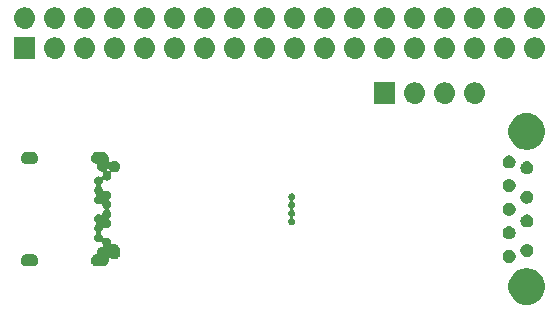
<source format=gbr>
G04 #@! TF.GenerationSoftware,KiCad,Pcbnew,5.1.2*
G04 #@! TF.CreationDate,2019-06-01T11:21:23+02:00*
G04 #@! TF.ProjectId,usb-c-breakout,7573622d-632d-4627-9265-616b6f75742e,rev?*
G04 #@! TF.SameCoordinates,Original*
G04 #@! TF.FileFunction,Soldermask,Bot*
G04 #@! TF.FilePolarity,Negative*
%FSLAX46Y46*%
G04 Gerber Fmt 4.6, Leading zero omitted, Abs format (unit mm)*
G04 Created by KiCad (PCBNEW 5.1.2) date 2019-06-01 11:21:23*
%MOMM*%
%LPD*%
G04 APERTURE LIST*
%ADD10C,0.100000*%
G04 APERTURE END LIST*
D10*
G36*
X115212585Y-105038802D02*
G01*
X115362410Y-105068604D01*
X115644674Y-105185521D01*
X115898705Y-105355259D01*
X116114741Y-105571295D01*
X116284479Y-105825326D01*
X116401396Y-106107590D01*
X116461000Y-106407240D01*
X116461000Y-106712760D01*
X116401396Y-107012410D01*
X116284479Y-107294674D01*
X116114741Y-107548705D01*
X115898705Y-107764741D01*
X115644674Y-107934479D01*
X115362410Y-108051396D01*
X115212585Y-108081198D01*
X115062761Y-108111000D01*
X114757239Y-108111000D01*
X114607415Y-108081198D01*
X114457590Y-108051396D01*
X114175326Y-107934479D01*
X113921295Y-107764741D01*
X113705259Y-107548705D01*
X113535521Y-107294674D01*
X113418604Y-107012410D01*
X113359000Y-106712760D01*
X113359000Y-106407240D01*
X113418604Y-106107590D01*
X113535521Y-105825326D01*
X113705259Y-105571295D01*
X113921295Y-105355259D01*
X114175326Y-105185521D01*
X114457590Y-105068604D01*
X114607415Y-105038802D01*
X114757239Y-105009000D01*
X115062761Y-105009000D01*
X115212585Y-105038802D01*
X115212585Y-105038802D01*
G37*
G36*
X79098213Y-95176249D02*
G01*
X79192652Y-95204897D01*
X79279687Y-95251418D01*
X79355975Y-95314025D01*
X79418582Y-95390313D01*
X79465103Y-95477348D01*
X79493751Y-95571787D01*
X79503424Y-95670000D01*
X79501601Y-95688508D01*
X79501000Y-95700743D01*
X79501000Y-95927084D01*
X79503402Y-95951470D01*
X79510515Y-95974919D01*
X79522066Y-95996530D01*
X79537611Y-96015472D01*
X79556553Y-96031017D01*
X79578164Y-96042568D01*
X79601613Y-96049681D01*
X79625999Y-96052083D01*
X79650385Y-96049681D01*
X79673834Y-96042568D01*
X79695444Y-96031017D01*
X79774528Y-95978175D01*
X79782389Y-95974919D01*
X79817984Y-95960175D01*
X79861157Y-95942292D01*
X79953117Y-95924000D01*
X80046883Y-95924000D01*
X80138843Y-95942292D01*
X80182016Y-95960175D01*
X80225470Y-95978174D01*
X80303432Y-96030267D01*
X80369733Y-96096568D01*
X80421826Y-96174530D01*
X80436689Y-96210412D01*
X80457708Y-96261157D01*
X80476000Y-96353117D01*
X80476000Y-96446883D01*
X80457708Y-96538843D01*
X80455460Y-96544269D01*
X80421826Y-96625470D01*
X80369733Y-96703432D01*
X80303432Y-96769733D01*
X80225470Y-96821826D01*
X80189588Y-96836689D01*
X80138843Y-96857708D01*
X80046883Y-96876000D01*
X79953117Y-96876000D01*
X79861157Y-96857708D01*
X79843060Y-96850212D01*
X79819612Y-96843099D01*
X79795225Y-96840697D01*
X79770839Y-96843099D01*
X79747390Y-96850212D01*
X79725780Y-96861763D01*
X79706838Y-96877308D01*
X79691292Y-96896250D01*
X79679741Y-96917861D01*
X79672628Y-96941309D01*
X79670226Y-96965696D01*
X79672628Y-96990082D01*
X79679741Y-97013532D01*
X79683204Y-97021893D01*
X79683207Y-97021897D01*
X79691119Y-97041000D01*
X79711551Y-97090328D01*
X79726000Y-97162966D01*
X79726000Y-97237034D01*
X79725719Y-97238449D01*
X79711550Y-97309675D01*
X79683207Y-97378103D01*
X79642058Y-97439686D01*
X79589686Y-97492058D01*
X79528103Y-97533207D01*
X79459675Y-97561550D01*
X79459674Y-97561550D01*
X79459672Y-97561551D01*
X79387034Y-97576000D01*
X79312966Y-97576000D01*
X79240326Y-97561551D01*
X79196904Y-97543565D01*
X79173455Y-97536452D01*
X79149069Y-97534050D01*
X79124683Y-97536452D01*
X79101234Y-97543565D01*
X79079624Y-97555116D01*
X79060682Y-97570661D01*
X79045136Y-97589603D01*
X79033585Y-97611214D01*
X79026472Y-97634662D01*
X79011551Y-97709673D01*
X79011550Y-97709675D01*
X78983207Y-97778103D01*
X78942058Y-97839686D01*
X78889686Y-97892058D01*
X78883679Y-97896072D01*
X78864744Y-97911612D01*
X78849199Y-97930553D01*
X78837647Y-97952164D01*
X78830534Y-97975613D01*
X78828132Y-97999999D01*
X78830534Y-98024385D01*
X78837647Y-98047834D01*
X78849197Y-98069445D01*
X78864743Y-98088387D01*
X78883679Y-98103928D01*
X78889686Y-98107942D01*
X78942058Y-98160314D01*
X78983207Y-98221897D01*
X79007399Y-98280304D01*
X79011551Y-98290327D01*
X79026472Y-98365338D01*
X79033585Y-98388786D01*
X79045136Y-98410397D01*
X79060682Y-98429339D01*
X79079624Y-98444884D01*
X79101234Y-98456435D01*
X79124683Y-98463548D01*
X79149069Y-98465950D01*
X79173456Y-98463548D01*
X79196904Y-98456435D01*
X79240326Y-98438449D01*
X79312966Y-98424000D01*
X79387034Y-98424000D01*
X79459672Y-98438449D01*
X79459674Y-98438450D01*
X79459675Y-98438450D01*
X79528103Y-98466793D01*
X79589686Y-98507942D01*
X79642058Y-98560314D01*
X79683207Y-98621897D01*
X79708622Y-98683257D01*
X79711551Y-98690328D01*
X79726000Y-98762966D01*
X79726000Y-98837034D01*
X79715785Y-98888388D01*
X79711550Y-98909675D01*
X79683207Y-98978103D01*
X79642058Y-99039686D01*
X79589686Y-99092058D01*
X79583679Y-99096072D01*
X79564744Y-99111612D01*
X79549199Y-99130553D01*
X79537647Y-99152164D01*
X79530534Y-99175613D01*
X79528132Y-99199999D01*
X79530534Y-99224385D01*
X79537647Y-99247834D01*
X79549197Y-99269445D01*
X79564743Y-99288387D01*
X79583679Y-99303928D01*
X79589686Y-99307942D01*
X79642058Y-99360314D01*
X79683207Y-99421897D01*
X79706565Y-99478290D01*
X79711551Y-99490328D01*
X79726000Y-99562966D01*
X79726000Y-99637034D01*
X79711551Y-99709672D01*
X79711550Y-99709674D01*
X79711550Y-99709675D01*
X79683207Y-99778103D01*
X79642058Y-99839686D01*
X79589686Y-99892058D01*
X79583679Y-99896072D01*
X79564744Y-99911612D01*
X79549199Y-99930553D01*
X79537647Y-99952164D01*
X79530534Y-99975613D01*
X79528132Y-99999999D01*
X79530534Y-100024385D01*
X79537647Y-100047834D01*
X79549197Y-100069445D01*
X79564743Y-100088387D01*
X79583679Y-100103928D01*
X79589686Y-100107942D01*
X79642058Y-100160314D01*
X79683207Y-100221897D01*
X79711550Y-100290325D01*
X79711551Y-100290328D01*
X79726000Y-100362966D01*
X79726000Y-100437034D01*
X79713135Y-100501710D01*
X79711550Y-100509675D01*
X79683207Y-100578103D01*
X79642058Y-100639686D01*
X79589686Y-100692058D01*
X79583679Y-100696072D01*
X79564744Y-100711612D01*
X79549199Y-100730553D01*
X79537647Y-100752164D01*
X79530534Y-100775613D01*
X79528132Y-100799999D01*
X79530534Y-100824385D01*
X79537647Y-100847834D01*
X79549197Y-100869445D01*
X79564743Y-100888387D01*
X79583679Y-100903928D01*
X79589686Y-100907942D01*
X79642058Y-100960314D01*
X79683207Y-101021897D01*
X79707127Y-101079647D01*
X79711551Y-101090328D01*
X79726000Y-101162966D01*
X79726000Y-101237034D01*
X79715785Y-101288388D01*
X79711550Y-101309675D01*
X79683207Y-101378103D01*
X79642058Y-101439686D01*
X79589686Y-101492058D01*
X79528103Y-101533207D01*
X79459675Y-101561550D01*
X79459674Y-101561550D01*
X79459672Y-101561551D01*
X79387034Y-101576000D01*
X79312966Y-101576000D01*
X79240326Y-101561551D01*
X79196904Y-101543565D01*
X79173455Y-101536452D01*
X79149069Y-101534050D01*
X79124683Y-101536452D01*
X79101234Y-101543565D01*
X79079624Y-101555116D01*
X79060682Y-101570661D01*
X79045136Y-101589603D01*
X79033585Y-101611214D01*
X79026472Y-101634662D01*
X79011551Y-101709673D01*
X79011550Y-101709675D01*
X78983207Y-101778103D01*
X78942058Y-101839686D01*
X78889686Y-101892058D01*
X78883679Y-101896072D01*
X78864744Y-101911612D01*
X78849199Y-101930553D01*
X78837647Y-101952164D01*
X78830534Y-101975613D01*
X78828132Y-101999999D01*
X78830534Y-102024385D01*
X78837647Y-102047834D01*
X78849197Y-102069445D01*
X78864743Y-102088387D01*
X78883679Y-102103928D01*
X78889686Y-102107942D01*
X78942058Y-102160314D01*
X78983207Y-102221897D01*
X79007399Y-102280304D01*
X79011551Y-102290327D01*
X79026472Y-102365338D01*
X79033585Y-102388786D01*
X79045136Y-102410397D01*
X79060682Y-102429339D01*
X79079624Y-102444884D01*
X79101234Y-102456435D01*
X79124683Y-102463548D01*
X79149069Y-102465950D01*
X79173456Y-102463548D01*
X79196904Y-102456435D01*
X79240326Y-102438449D01*
X79312966Y-102424000D01*
X79387034Y-102424000D01*
X79459672Y-102438449D01*
X79459674Y-102438450D01*
X79459675Y-102438450D01*
X79528103Y-102466793D01*
X79589686Y-102507942D01*
X79642058Y-102560314D01*
X79683207Y-102621897D01*
X79711550Y-102690325D01*
X79711551Y-102690328D01*
X79726000Y-102762966D01*
X79726000Y-102837034D01*
X79724631Y-102843916D01*
X79722229Y-102868302D01*
X79724631Y-102892688D01*
X79731744Y-102916137D01*
X79743295Y-102937748D01*
X79758840Y-102956690D01*
X79777782Y-102972235D01*
X79799393Y-102983786D01*
X79822842Y-102990899D01*
X79847228Y-102993301D01*
X79883503Y-102987920D01*
X79906689Y-102980887D01*
X80000000Y-102971697D01*
X80093312Y-102980887D01*
X80183039Y-103008106D01*
X80265731Y-103052306D01*
X80338211Y-103111789D01*
X80397694Y-103184269D01*
X80441894Y-103266961D01*
X80469113Y-103356688D01*
X80476000Y-103426617D01*
X80476000Y-103773384D01*
X80469113Y-103843312D01*
X80441894Y-103933039D01*
X80397694Y-104015731D01*
X80338211Y-104088211D01*
X80265731Y-104147694D01*
X80183038Y-104191894D01*
X80093311Y-104219113D01*
X80000000Y-104228303D01*
X79906688Y-104219113D01*
X79816961Y-104191894D01*
X79734269Y-104147694D01*
X79705289Y-104123911D01*
X79684923Y-104110303D01*
X79662284Y-104100925D01*
X79638251Y-104096145D01*
X79613747Y-104096145D01*
X79589714Y-104100925D01*
X79567075Y-104110303D01*
X79546700Y-104123917D01*
X79529373Y-104141244D01*
X79515760Y-104161618D01*
X79506382Y-104184257D01*
X79501000Y-104220542D01*
X79501000Y-104299257D01*
X79501601Y-104311492D01*
X79503424Y-104330000D01*
X79493751Y-104428213D01*
X79465103Y-104522652D01*
X79418582Y-104609687D01*
X79355975Y-104685975D01*
X79279687Y-104748582D01*
X79192652Y-104795103D01*
X79098213Y-104823751D01*
X79024612Y-104831000D01*
X78475388Y-104831000D01*
X78401787Y-104823751D01*
X78307348Y-104795103D01*
X78220313Y-104748582D01*
X78144025Y-104685975D01*
X78081418Y-104609687D01*
X78034897Y-104522652D01*
X78006249Y-104428213D01*
X77996576Y-104330000D01*
X78006249Y-104231787D01*
X78034897Y-104137348D01*
X78081418Y-104050313D01*
X78144025Y-103974025D01*
X78220313Y-103911418D01*
X78307348Y-103864897D01*
X78401787Y-103836249D01*
X78401797Y-103836248D01*
X78410286Y-103833673D01*
X78432925Y-103824296D01*
X78453299Y-103810682D01*
X78470626Y-103793355D01*
X78484240Y-103772981D01*
X78493617Y-103750342D01*
X78498398Y-103726309D01*
X78499000Y-103714056D01*
X78499000Y-103650398D01*
X78506250Y-103576789D01*
X78506250Y-103576787D01*
X78534898Y-103482348D01*
X78581419Y-103395313D01*
X78644026Y-103319025D01*
X78720314Y-103256418D01*
X78807349Y-103209897D01*
X78901788Y-103181249D01*
X78929518Y-103178518D01*
X78953540Y-103173739D01*
X78976179Y-103164362D01*
X78996553Y-103150748D01*
X79013880Y-103133421D01*
X79027494Y-103113046D01*
X79036871Y-103090407D01*
X79041651Y-103066374D01*
X79041651Y-103041870D01*
X79036870Y-103017837D01*
X79027493Y-102995198D01*
X79021195Y-102984691D01*
X79016793Y-102978103D01*
X78988450Y-102909675D01*
X78988449Y-102909673D01*
X78973528Y-102834662D01*
X78966415Y-102811214D01*
X78954864Y-102789603D01*
X78939318Y-102770661D01*
X78920376Y-102755116D01*
X78898766Y-102743565D01*
X78875317Y-102736452D01*
X78850931Y-102734050D01*
X78826544Y-102736452D01*
X78803096Y-102743565D01*
X78759674Y-102761551D01*
X78687034Y-102776000D01*
X78612966Y-102776000D01*
X78540328Y-102761551D01*
X78540326Y-102761550D01*
X78540325Y-102761550D01*
X78471897Y-102733207D01*
X78410314Y-102692058D01*
X78357942Y-102639686D01*
X78316793Y-102578103D01*
X78288450Y-102509675D01*
X78274282Y-102438449D01*
X78274000Y-102437034D01*
X78274000Y-102362966D01*
X78288449Y-102290328D01*
X78288450Y-102290325D01*
X78316793Y-102221897D01*
X78357942Y-102160314D01*
X78410314Y-102107942D01*
X78416321Y-102103928D01*
X78435256Y-102088388D01*
X78450801Y-102069447D01*
X78462353Y-102047836D01*
X78469466Y-102024387D01*
X78471868Y-102000001D01*
X78469466Y-101975615D01*
X78462353Y-101952166D01*
X78450803Y-101930555D01*
X78435257Y-101911613D01*
X78416321Y-101896072D01*
X78410314Y-101892058D01*
X78357942Y-101839686D01*
X78316793Y-101778103D01*
X78288450Y-101709675D01*
X78288450Y-101709674D01*
X78288449Y-101709672D01*
X78274000Y-101637034D01*
X78274000Y-101562966D01*
X78288449Y-101490328D01*
X78293435Y-101478290D01*
X78316793Y-101421897D01*
X78357942Y-101360314D01*
X78410314Y-101307942D01*
X78416321Y-101303928D01*
X78435256Y-101288388D01*
X78450801Y-101269447D01*
X78462353Y-101247836D01*
X78469466Y-101224387D01*
X78471868Y-101200001D01*
X78469466Y-101175615D01*
X78462353Y-101152166D01*
X78450803Y-101130555D01*
X78435257Y-101111613D01*
X78416321Y-101096072D01*
X78410314Y-101092058D01*
X78357942Y-101039686D01*
X78316793Y-100978103D01*
X78288450Y-100909675D01*
X78278196Y-100858125D01*
X78274000Y-100837034D01*
X78274000Y-100762966D01*
X78288449Y-100690328D01*
X78304256Y-100652166D01*
X78316793Y-100621897D01*
X78357942Y-100560314D01*
X78410314Y-100507942D01*
X78471897Y-100466793D01*
X78540325Y-100438450D01*
X78540326Y-100438450D01*
X78540328Y-100438449D01*
X78612966Y-100424000D01*
X78687034Y-100424000D01*
X78759674Y-100438449D01*
X78803096Y-100456435D01*
X78826545Y-100463548D01*
X78850931Y-100465950D01*
X78875317Y-100463548D01*
X78898766Y-100456435D01*
X78920376Y-100444884D01*
X78939318Y-100429339D01*
X78954864Y-100410397D01*
X78966415Y-100388786D01*
X78973528Y-100365338D01*
X78988449Y-100290327D01*
X79000099Y-100262202D01*
X79016793Y-100221897D01*
X79057942Y-100160314D01*
X79110314Y-100107942D01*
X79116321Y-100103928D01*
X79135256Y-100088388D01*
X79150801Y-100069447D01*
X79162353Y-100047836D01*
X79169466Y-100024387D01*
X79171868Y-100000001D01*
X79169466Y-99975615D01*
X79162353Y-99952166D01*
X79150803Y-99930555D01*
X79135257Y-99911613D01*
X79116321Y-99896072D01*
X79110314Y-99892058D01*
X79057942Y-99839686D01*
X79016793Y-99778103D01*
X78988450Y-99709675D01*
X78988449Y-99709673D01*
X78973528Y-99634662D01*
X78966415Y-99611214D01*
X78954864Y-99589603D01*
X78939318Y-99570661D01*
X78920376Y-99555116D01*
X78898766Y-99543565D01*
X78875317Y-99536452D01*
X78850931Y-99534050D01*
X78826544Y-99536452D01*
X78803096Y-99543565D01*
X78759674Y-99561551D01*
X78687034Y-99576000D01*
X78612966Y-99576000D01*
X78540328Y-99561551D01*
X78540326Y-99561550D01*
X78540325Y-99561550D01*
X78471897Y-99533207D01*
X78410314Y-99492058D01*
X78357942Y-99439686D01*
X78316793Y-99378103D01*
X78288450Y-99309675D01*
X78286526Y-99300001D01*
X78274000Y-99237034D01*
X78274000Y-99162966D01*
X78288449Y-99090328D01*
X78288450Y-99090325D01*
X78316793Y-99021897D01*
X78357942Y-98960314D01*
X78410314Y-98907942D01*
X78416321Y-98903928D01*
X78435256Y-98888388D01*
X78450801Y-98869447D01*
X78462353Y-98847836D01*
X78469466Y-98824387D01*
X78471868Y-98800001D01*
X78469466Y-98775615D01*
X78462353Y-98752166D01*
X78450803Y-98730555D01*
X78435257Y-98711613D01*
X78416321Y-98696072D01*
X78410314Y-98692058D01*
X78357942Y-98639686D01*
X78316793Y-98578103D01*
X78288450Y-98509675D01*
X78286866Y-98501710D01*
X78274000Y-98437034D01*
X78274000Y-98362966D01*
X78288449Y-98290328D01*
X78288450Y-98290325D01*
X78316793Y-98221897D01*
X78357942Y-98160314D01*
X78410314Y-98107942D01*
X78416321Y-98103928D01*
X78435256Y-98088388D01*
X78450801Y-98069447D01*
X78462353Y-98047836D01*
X78469466Y-98024387D01*
X78471868Y-98000001D01*
X78469466Y-97975615D01*
X78462353Y-97952166D01*
X78450803Y-97930555D01*
X78435257Y-97911613D01*
X78416321Y-97896072D01*
X78410314Y-97892058D01*
X78357942Y-97839686D01*
X78316793Y-97778103D01*
X78288450Y-97709675D01*
X78288450Y-97709674D01*
X78288449Y-97709672D01*
X78274000Y-97637034D01*
X78274000Y-97562966D01*
X78288449Y-97490328D01*
X78288450Y-97490325D01*
X78316793Y-97421897D01*
X78357942Y-97360314D01*
X78410314Y-97307942D01*
X78471897Y-97266793D01*
X78540325Y-97238450D01*
X78540326Y-97238450D01*
X78540328Y-97238449D01*
X78612966Y-97224000D01*
X78687034Y-97224000D01*
X78759674Y-97238449D01*
X78803096Y-97256435D01*
X78826545Y-97263548D01*
X78850931Y-97265950D01*
X78875317Y-97263548D01*
X78898766Y-97256435D01*
X78920376Y-97244884D01*
X78939318Y-97229339D01*
X78954864Y-97210397D01*
X78966415Y-97188786D01*
X78973528Y-97165338D01*
X78988449Y-97090327D01*
X79008881Y-97041000D01*
X79016793Y-97021897D01*
X79021190Y-97015316D01*
X79032738Y-96993713D01*
X79039851Y-96970264D01*
X79042253Y-96945878D01*
X79039851Y-96921492D01*
X79032739Y-96898043D01*
X79021188Y-96876432D01*
X79005643Y-96857490D01*
X78986701Y-96841945D01*
X78965090Y-96830393D01*
X78941641Y-96823280D01*
X78929530Y-96821483D01*
X78901787Y-96818751D01*
X78807348Y-96790103D01*
X78720313Y-96743582D01*
X78672943Y-96704707D01*
X79363932Y-96704707D01*
X79363982Y-96729211D01*
X79368812Y-96753235D01*
X79378235Y-96775855D01*
X79391890Y-96796201D01*
X79409252Y-96813493D01*
X79429655Y-96827065D01*
X79463885Y-96839287D01*
X79464401Y-96839390D01*
X79488786Y-96841808D01*
X79513174Y-96839423D01*
X79536627Y-96832325D01*
X79558246Y-96820789D01*
X79577198Y-96805256D01*
X79592756Y-96786325D01*
X79604322Y-96764722D01*
X79611451Y-96741278D01*
X79613869Y-96716893D01*
X79611484Y-96692505D01*
X79604386Y-96669052D01*
X79592796Y-96647353D01*
X79592526Y-96646949D01*
X79576979Y-96628009D01*
X79558036Y-96612465D01*
X79536424Y-96600916D01*
X79512974Y-96593805D01*
X79488588Y-96591406D01*
X79464202Y-96593810D01*
X79440754Y-96600926D01*
X79419144Y-96612479D01*
X79400204Y-96628026D01*
X79391836Y-96637277D01*
X79391562Y-96637611D01*
X79377995Y-96658007D01*
X79368664Y-96680664D01*
X79363932Y-96704707D01*
X78672943Y-96704707D01*
X78644025Y-96680975D01*
X78581418Y-96604687D01*
X78534897Y-96517651D01*
X78506249Y-96423212D01*
X78499000Y-96349611D01*
X78499000Y-96285944D01*
X78496598Y-96261558D01*
X78489485Y-96238109D01*
X78477934Y-96216498D01*
X78462389Y-96197556D01*
X78443447Y-96182011D01*
X78421836Y-96170460D01*
X78410286Y-96166327D01*
X78401797Y-96163752D01*
X78401787Y-96163751D01*
X78307348Y-96135103D01*
X78220313Y-96088582D01*
X78144025Y-96025975D01*
X78081418Y-95949687D01*
X78034897Y-95862652D01*
X78006249Y-95768213D01*
X77996576Y-95670000D01*
X78006249Y-95571787D01*
X78034897Y-95477348D01*
X78081418Y-95390313D01*
X78144025Y-95314025D01*
X78220313Y-95251418D01*
X78307348Y-95204897D01*
X78401787Y-95176249D01*
X78475388Y-95169000D01*
X79024612Y-95169000D01*
X79098213Y-95176249D01*
X79098213Y-95176249D01*
G37*
G36*
X73148213Y-103836249D02*
G01*
X73242652Y-103864897D01*
X73329687Y-103911418D01*
X73405975Y-103974025D01*
X73468582Y-104050313D01*
X73515103Y-104137348D01*
X73543751Y-104231787D01*
X73553424Y-104330000D01*
X73543751Y-104428213D01*
X73515103Y-104522652D01*
X73468582Y-104609687D01*
X73405975Y-104685975D01*
X73329687Y-104748582D01*
X73242652Y-104795103D01*
X73148213Y-104823751D01*
X73074612Y-104831000D01*
X72525388Y-104831000D01*
X72451787Y-104823751D01*
X72357348Y-104795103D01*
X72270313Y-104748582D01*
X72194025Y-104685975D01*
X72131418Y-104609687D01*
X72084897Y-104522652D01*
X72056249Y-104428213D01*
X72046576Y-104330000D01*
X72056249Y-104231787D01*
X72084897Y-104137348D01*
X72131418Y-104050313D01*
X72194025Y-103974025D01*
X72270313Y-103911418D01*
X72357348Y-103864897D01*
X72451787Y-103836249D01*
X72525388Y-103829000D01*
X73074612Y-103829000D01*
X73148213Y-103836249D01*
X73148213Y-103836249D01*
G37*
G36*
X113570721Y-103460174D02*
G01*
X113670995Y-103501709D01*
X113670996Y-103501710D01*
X113761242Y-103562010D01*
X113837990Y-103638758D01*
X113845983Y-103650721D01*
X113898291Y-103729005D01*
X113939826Y-103829279D01*
X113961000Y-103935730D01*
X113961000Y-104044270D01*
X113939826Y-104150721D01*
X113898291Y-104250995D01*
X113898290Y-104250996D01*
X113837990Y-104341242D01*
X113761242Y-104417990D01*
X113753425Y-104423213D01*
X113670995Y-104478291D01*
X113570721Y-104519826D01*
X113464270Y-104541000D01*
X113355730Y-104541000D01*
X113249279Y-104519826D01*
X113149005Y-104478291D01*
X113066575Y-104423213D01*
X113058758Y-104417990D01*
X112982010Y-104341242D01*
X112921710Y-104250996D01*
X112921709Y-104250995D01*
X112880174Y-104150721D01*
X112859000Y-104044270D01*
X112859000Y-103935730D01*
X112880174Y-103829279D01*
X112921709Y-103729005D01*
X112974017Y-103650721D01*
X112982010Y-103638758D01*
X113058758Y-103562010D01*
X113149004Y-103501710D01*
X113149005Y-103501709D01*
X113249279Y-103460174D01*
X113355730Y-103439000D01*
X113464270Y-103439000D01*
X113570721Y-103460174D01*
X113570721Y-103460174D01*
G37*
G36*
X115070721Y-102960174D02*
G01*
X115170995Y-103001709D01*
X115195132Y-103017837D01*
X115261242Y-103062010D01*
X115337990Y-103138758D01*
X115337991Y-103138760D01*
X115398291Y-103229005D01*
X115439826Y-103329279D01*
X115461000Y-103435730D01*
X115461000Y-103544270D01*
X115439826Y-103650721D01*
X115398291Y-103750995D01*
X115398290Y-103750996D01*
X115337990Y-103841242D01*
X115261242Y-103917990D01*
X115215812Y-103948345D01*
X115170995Y-103978291D01*
X115070721Y-104019826D01*
X114964270Y-104041000D01*
X114855730Y-104041000D01*
X114749279Y-104019826D01*
X114649005Y-103978291D01*
X114604188Y-103948345D01*
X114558758Y-103917990D01*
X114482010Y-103841242D01*
X114421710Y-103750996D01*
X114421709Y-103750995D01*
X114380174Y-103650721D01*
X114359000Y-103544270D01*
X114359000Y-103435730D01*
X114380174Y-103329279D01*
X114421709Y-103229005D01*
X114482009Y-103138760D01*
X114482010Y-103138758D01*
X114558758Y-103062010D01*
X114624868Y-103017837D01*
X114649005Y-103001709D01*
X114749279Y-102960174D01*
X114855730Y-102939000D01*
X114964270Y-102939000D01*
X115070721Y-102960174D01*
X115070721Y-102960174D01*
G37*
G36*
X113570721Y-101460174D02*
G01*
X113670995Y-101501709D01*
X113670996Y-101501710D01*
X113761242Y-101562010D01*
X113837990Y-101638758D01*
X113837991Y-101638760D01*
X113898291Y-101729005D01*
X113939826Y-101829279D01*
X113961000Y-101935730D01*
X113961000Y-102044270D01*
X113939826Y-102150721D01*
X113898291Y-102250995D01*
X113898290Y-102250996D01*
X113837990Y-102341242D01*
X113761242Y-102417990D01*
X113752247Y-102424000D01*
X113670995Y-102478291D01*
X113570721Y-102519826D01*
X113464270Y-102541000D01*
X113355730Y-102541000D01*
X113249279Y-102519826D01*
X113149005Y-102478291D01*
X113067753Y-102424000D01*
X113058758Y-102417990D01*
X112982010Y-102341242D01*
X112921710Y-102250996D01*
X112921709Y-102250995D01*
X112880174Y-102150721D01*
X112859000Y-102044270D01*
X112859000Y-101935730D01*
X112880174Y-101829279D01*
X112921709Y-101729005D01*
X112982009Y-101638760D01*
X112982010Y-101638758D01*
X113058758Y-101562010D01*
X113149004Y-101501710D01*
X113149005Y-101501709D01*
X113249279Y-101460174D01*
X113355730Y-101439000D01*
X113464270Y-101439000D01*
X113570721Y-101460174D01*
X113570721Y-101460174D01*
G37*
G36*
X115070721Y-100460174D02*
G01*
X115170995Y-100501709D01*
X115170996Y-100501710D01*
X115261242Y-100562010D01*
X115337990Y-100638758D01*
X115362617Y-100675615D01*
X115398291Y-100729005D01*
X115439826Y-100829279D01*
X115461000Y-100935730D01*
X115461000Y-101044270D01*
X115439826Y-101150721D01*
X115398291Y-101250995D01*
X115398290Y-101250996D01*
X115337990Y-101341242D01*
X115261242Y-101417990D01*
X115229798Y-101439000D01*
X115170995Y-101478291D01*
X115070721Y-101519826D01*
X114964270Y-101541000D01*
X114855730Y-101541000D01*
X114749279Y-101519826D01*
X114649005Y-101478291D01*
X114590202Y-101439000D01*
X114558758Y-101417990D01*
X114482010Y-101341242D01*
X114421710Y-101250996D01*
X114421709Y-101250995D01*
X114380174Y-101150721D01*
X114359000Y-101044270D01*
X114359000Y-100935730D01*
X114380174Y-100829279D01*
X114421709Y-100729005D01*
X114457383Y-100675615D01*
X114482010Y-100638758D01*
X114558758Y-100562010D01*
X114649004Y-100501710D01*
X114649005Y-100501709D01*
X114749279Y-100460174D01*
X114855730Y-100439000D01*
X114964270Y-100439000D01*
X115070721Y-100460174D01*
X115070721Y-100460174D01*
G37*
G36*
X95087797Y-98660567D02*
G01*
X95142575Y-98683257D01*
X95142577Y-98683258D01*
X95191876Y-98716198D01*
X95233802Y-98758124D01*
X95266742Y-98807423D01*
X95266743Y-98807425D01*
X95289433Y-98862203D01*
X95301000Y-98920353D01*
X95301000Y-98979647D01*
X95289433Y-99037797D01*
X95266957Y-99092058D01*
X95266742Y-99092577D01*
X95233802Y-99141876D01*
X95191876Y-99183802D01*
X95191873Y-99183804D01*
X95173520Y-99196067D01*
X95154578Y-99211612D01*
X95139033Y-99230554D01*
X95127481Y-99252164D01*
X95120368Y-99275613D01*
X95117966Y-99299999D01*
X95120368Y-99324385D01*
X95127481Y-99347834D01*
X95139032Y-99369445D01*
X95154577Y-99388387D01*
X95173520Y-99403933D01*
X95191876Y-99416198D01*
X95233802Y-99458124D01*
X95266742Y-99507423D01*
X95266743Y-99507425D01*
X95289433Y-99562203D01*
X95301000Y-99620353D01*
X95301000Y-99679647D01*
X95289433Y-99737797D01*
X95266743Y-99792575D01*
X95266742Y-99792577D01*
X95233802Y-99841876D01*
X95191876Y-99883802D01*
X95191873Y-99883804D01*
X95173520Y-99896067D01*
X95154578Y-99911612D01*
X95139033Y-99930554D01*
X95127481Y-99952164D01*
X95120368Y-99975613D01*
X95117966Y-99999999D01*
X95120368Y-100024385D01*
X95127481Y-100047834D01*
X95139032Y-100069445D01*
X95154577Y-100088387D01*
X95173520Y-100103933D01*
X95191876Y-100116198D01*
X95233802Y-100158124D01*
X95266742Y-100207423D01*
X95266743Y-100207425D01*
X95289433Y-100262203D01*
X95301000Y-100320353D01*
X95301000Y-100379647D01*
X95289433Y-100437797D01*
X95266743Y-100492575D01*
X95266742Y-100492577D01*
X95233802Y-100541876D01*
X95191876Y-100583802D01*
X95191873Y-100583804D01*
X95173520Y-100596067D01*
X95154578Y-100611612D01*
X95139033Y-100630554D01*
X95127481Y-100652164D01*
X95120368Y-100675613D01*
X95117966Y-100699999D01*
X95120368Y-100724385D01*
X95127481Y-100747834D01*
X95139032Y-100769445D01*
X95154577Y-100788387D01*
X95173520Y-100803933D01*
X95191876Y-100816198D01*
X95233802Y-100858124D01*
X95266742Y-100907423D01*
X95266743Y-100907425D01*
X95289433Y-100962203D01*
X95301000Y-101020353D01*
X95301000Y-101079647D01*
X95289433Y-101137797D01*
X95266743Y-101192575D01*
X95266742Y-101192577D01*
X95233802Y-101241876D01*
X95191876Y-101283802D01*
X95142577Y-101316742D01*
X95142576Y-101316743D01*
X95142575Y-101316743D01*
X95087797Y-101339433D01*
X95029647Y-101351000D01*
X94970353Y-101351000D01*
X94912203Y-101339433D01*
X94857425Y-101316743D01*
X94857424Y-101316743D01*
X94857423Y-101316742D01*
X94808124Y-101283802D01*
X94766198Y-101241876D01*
X94733258Y-101192577D01*
X94733257Y-101192575D01*
X94710567Y-101137797D01*
X94699000Y-101079647D01*
X94699000Y-101020353D01*
X94710567Y-100962203D01*
X94733257Y-100907425D01*
X94733258Y-100907423D01*
X94766198Y-100858124D01*
X94808124Y-100816198D01*
X94826480Y-100803933D01*
X94845422Y-100788388D01*
X94860967Y-100769446D01*
X94872519Y-100747836D01*
X94879632Y-100724387D01*
X94882034Y-100700001D01*
X94879632Y-100675615D01*
X94872519Y-100652166D01*
X94860968Y-100630555D01*
X94845423Y-100611613D01*
X94826480Y-100596067D01*
X94808127Y-100583804D01*
X94808124Y-100583802D01*
X94766198Y-100541876D01*
X94733258Y-100492577D01*
X94733257Y-100492575D01*
X94710567Y-100437797D01*
X94699000Y-100379647D01*
X94699000Y-100320353D01*
X94710567Y-100262203D01*
X94733257Y-100207425D01*
X94733258Y-100207423D01*
X94766198Y-100158124D01*
X94808124Y-100116198D01*
X94826480Y-100103933D01*
X94845422Y-100088388D01*
X94860967Y-100069446D01*
X94872519Y-100047836D01*
X94879632Y-100024387D01*
X94882034Y-100000001D01*
X94879632Y-99975615D01*
X94872519Y-99952166D01*
X94860968Y-99930555D01*
X94845423Y-99911613D01*
X94826480Y-99896067D01*
X94808127Y-99883804D01*
X94808124Y-99883802D01*
X94766198Y-99841876D01*
X94733258Y-99792577D01*
X94733257Y-99792575D01*
X94710567Y-99737797D01*
X94699000Y-99679647D01*
X94699000Y-99620353D01*
X94710567Y-99562203D01*
X94733257Y-99507425D01*
X94733258Y-99507423D01*
X94766198Y-99458124D01*
X94808124Y-99416198D01*
X94826480Y-99403933D01*
X94845422Y-99388388D01*
X94860967Y-99369446D01*
X94872519Y-99347836D01*
X94879632Y-99324387D01*
X94882034Y-99300001D01*
X94879632Y-99275615D01*
X94872519Y-99252166D01*
X94860968Y-99230555D01*
X94845423Y-99211613D01*
X94826480Y-99196067D01*
X94808127Y-99183804D01*
X94808124Y-99183802D01*
X94766198Y-99141876D01*
X94733258Y-99092577D01*
X94733043Y-99092058D01*
X94710567Y-99037797D01*
X94699000Y-98979647D01*
X94699000Y-98920353D01*
X94710567Y-98862203D01*
X94733257Y-98807425D01*
X94733258Y-98807423D01*
X94766198Y-98758124D01*
X94808124Y-98716198D01*
X94857423Y-98683258D01*
X94857425Y-98683257D01*
X94912203Y-98660567D01*
X94970353Y-98649000D01*
X95029647Y-98649000D01*
X95087797Y-98660567D01*
X95087797Y-98660567D01*
G37*
G36*
X113570721Y-99460174D02*
G01*
X113670995Y-99501709D01*
X113698107Y-99519825D01*
X113761242Y-99562010D01*
X113837990Y-99638758D01*
X113837991Y-99638760D01*
X113898291Y-99729005D01*
X113939826Y-99829279D01*
X113961000Y-99935730D01*
X113961000Y-100044270D01*
X113939826Y-100150721D01*
X113898291Y-100250995D01*
X113890802Y-100262203D01*
X113837990Y-100341242D01*
X113761242Y-100417990D01*
X113731597Y-100437798D01*
X113670995Y-100478291D01*
X113570721Y-100519826D01*
X113464270Y-100541000D01*
X113355730Y-100541000D01*
X113249279Y-100519826D01*
X113149005Y-100478291D01*
X113088403Y-100437798D01*
X113058758Y-100417990D01*
X112982010Y-100341242D01*
X112929198Y-100262203D01*
X112921709Y-100250995D01*
X112880174Y-100150721D01*
X112859000Y-100044270D01*
X112859000Y-99935730D01*
X112880174Y-99829279D01*
X112921709Y-99729005D01*
X112982009Y-99638760D01*
X112982010Y-99638758D01*
X113058758Y-99562010D01*
X113121893Y-99519825D01*
X113149005Y-99501709D01*
X113249279Y-99460174D01*
X113355730Y-99439000D01*
X113464270Y-99439000D01*
X113570721Y-99460174D01*
X113570721Y-99460174D01*
G37*
G36*
X115070721Y-98460174D02*
G01*
X115170995Y-98501709D01*
X115170996Y-98501710D01*
X115261242Y-98562010D01*
X115337990Y-98638758D01*
X115337991Y-98638760D01*
X115398291Y-98729005D01*
X115439826Y-98829279D01*
X115461000Y-98935730D01*
X115461000Y-99044270D01*
X115439826Y-99150721D01*
X115398291Y-99250995D01*
X115387735Y-99266793D01*
X115337990Y-99341242D01*
X115261242Y-99417990D01*
X115229798Y-99439000D01*
X115170995Y-99478291D01*
X115070721Y-99519826D01*
X114964270Y-99541000D01*
X114855730Y-99541000D01*
X114749279Y-99519826D01*
X114649005Y-99478291D01*
X114590202Y-99439000D01*
X114558758Y-99417990D01*
X114482010Y-99341242D01*
X114432265Y-99266793D01*
X114421709Y-99250995D01*
X114380174Y-99150721D01*
X114359000Y-99044270D01*
X114359000Y-98935730D01*
X114380174Y-98829279D01*
X114421709Y-98729005D01*
X114482009Y-98638760D01*
X114482010Y-98638758D01*
X114558758Y-98562010D01*
X114649004Y-98501710D01*
X114649005Y-98501709D01*
X114749279Y-98460174D01*
X114855730Y-98439000D01*
X114964270Y-98439000D01*
X115070721Y-98460174D01*
X115070721Y-98460174D01*
G37*
G36*
X113570721Y-97460174D02*
G01*
X113670995Y-97501709D01*
X113670996Y-97501710D01*
X113761242Y-97562010D01*
X113837990Y-97638758D01*
X113837991Y-97638760D01*
X113898291Y-97729005D01*
X113939826Y-97829279D01*
X113961000Y-97935730D01*
X113961000Y-98044270D01*
X113939826Y-98150721D01*
X113898291Y-98250995D01*
X113898290Y-98250996D01*
X113837990Y-98341242D01*
X113761242Y-98417990D01*
X113752247Y-98424000D01*
X113670995Y-98478291D01*
X113570721Y-98519826D01*
X113464270Y-98541000D01*
X113355730Y-98541000D01*
X113249279Y-98519826D01*
X113149005Y-98478291D01*
X113067753Y-98424000D01*
X113058758Y-98417990D01*
X112982010Y-98341242D01*
X112921710Y-98250996D01*
X112921709Y-98250995D01*
X112880174Y-98150721D01*
X112859000Y-98044270D01*
X112859000Y-97935730D01*
X112880174Y-97829279D01*
X112921709Y-97729005D01*
X112982009Y-97638760D01*
X112982010Y-97638758D01*
X113058758Y-97562010D01*
X113149004Y-97501710D01*
X113149005Y-97501709D01*
X113249279Y-97460174D01*
X113355730Y-97439000D01*
X113464270Y-97439000D01*
X113570721Y-97460174D01*
X113570721Y-97460174D01*
G37*
G36*
X115070721Y-95960174D02*
G01*
X115170995Y-96001709D01*
X115213735Y-96030267D01*
X115261242Y-96062010D01*
X115337990Y-96138758D01*
X115368345Y-96184188D01*
X115398291Y-96229005D01*
X115439826Y-96329279D01*
X115461000Y-96435730D01*
X115461000Y-96544270D01*
X115439826Y-96650721D01*
X115398291Y-96750995D01*
X115381680Y-96775855D01*
X115337990Y-96841242D01*
X115261242Y-96917990D01*
X115226342Y-96941309D01*
X115170995Y-96978291D01*
X115070721Y-97019826D01*
X114964270Y-97041000D01*
X114855730Y-97041000D01*
X114749279Y-97019826D01*
X114649005Y-96978291D01*
X114593658Y-96941309D01*
X114558758Y-96917990D01*
X114482010Y-96841242D01*
X114438320Y-96775855D01*
X114421709Y-96750995D01*
X114380174Y-96650721D01*
X114359000Y-96544270D01*
X114359000Y-96435730D01*
X114380174Y-96329279D01*
X114421709Y-96229005D01*
X114451655Y-96184188D01*
X114482010Y-96138758D01*
X114558758Y-96062010D01*
X114606265Y-96030267D01*
X114649005Y-96001709D01*
X114749279Y-95960174D01*
X114855730Y-95939000D01*
X114964270Y-95939000D01*
X115070721Y-95960174D01*
X115070721Y-95960174D01*
G37*
G36*
X113570721Y-95460174D02*
G01*
X113670995Y-95501709D01*
X113670996Y-95501710D01*
X113761242Y-95562010D01*
X113837990Y-95638758D01*
X113837991Y-95638760D01*
X113898291Y-95729005D01*
X113939826Y-95829279D01*
X113961000Y-95935730D01*
X113961000Y-96044270D01*
X113939826Y-96150721D01*
X113898291Y-96250995D01*
X113891501Y-96261157D01*
X113837990Y-96341242D01*
X113761242Y-96417990D01*
X113718002Y-96446882D01*
X113670995Y-96478291D01*
X113570721Y-96519826D01*
X113464270Y-96541000D01*
X113355730Y-96541000D01*
X113249279Y-96519826D01*
X113149005Y-96478291D01*
X113101998Y-96446882D01*
X113058758Y-96417990D01*
X112982010Y-96341242D01*
X112928499Y-96261157D01*
X112921709Y-96250995D01*
X112880174Y-96150721D01*
X112859000Y-96044270D01*
X112859000Y-95935730D01*
X112880174Y-95829279D01*
X112921709Y-95729005D01*
X112982009Y-95638760D01*
X112982010Y-95638758D01*
X113058758Y-95562010D01*
X113149004Y-95501710D01*
X113149005Y-95501709D01*
X113249279Y-95460174D01*
X113355730Y-95439000D01*
X113464270Y-95439000D01*
X113570721Y-95460174D01*
X113570721Y-95460174D01*
G37*
G36*
X73148213Y-95176249D02*
G01*
X73242652Y-95204897D01*
X73329687Y-95251418D01*
X73405975Y-95314025D01*
X73468582Y-95390313D01*
X73515103Y-95477348D01*
X73543751Y-95571787D01*
X73553424Y-95670000D01*
X73543751Y-95768213D01*
X73515103Y-95862652D01*
X73468582Y-95949687D01*
X73405975Y-96025975D01*
X73329687Y-96088582D01*
X73242652Y-96135103D01*
X73148213Y-96163751D01*
X73074612Y-96171000D01*
X72525388Y-96171000D01*
X72451787Y-96163751D01*
X72357348Y-96135103D01*
X72270313Y-96088582D01*
X72194025Y-96025975D01*
X72131418Y-95949687D01*
X72084897Y-95862652D01*
X72056249Y-95768213D01*
X72046576Y-95670000D01*
X72056249Y-95571787D01*
X72084897Y-95477348D01*
X72131418Y-95390313D01*
X72194025Y-95314025D01*
X72270313Y-95251418D01*
X72357348Y-95204897D01*
X72451787Y-95176249D01*
X72525388Y-95169000D01*
X73074612Y-95169000D01*
X73148213Y-95176249D01*
X73148213Y-95176249D01*
G37*
G36*
X115212585Y-91898802D02*
G01*
X115362410Y-91928604D01*
X115644674Y-92045521D01*
X115898705Y-92215259D01*
X116114741Y-92431295D01*
X116284479Y-92685326D01*
X116401396Y-92967590D01*
X116461000Y-93267240D01*
X116461000Y-93572760D01*
X116401396Y-93872410D01*
X116284479Y-94154674D01*
X116114741Y-94408705D01*
X115898705Y-94624741D01*
X115644674Y-94794479D01*
X115362410Y-94911396D01*
X115212585Y-94941198D01*
X115062761Y-94971000D01*
X114757239Y-94971000D01*
X114607415Y-94941198D01*
X114457590Y-94911396D01*
X114175326Y-94794479D01*
X113921295Y-94624741D01*
X113705259Y-94408705D01*
X113535521Y-94154674D01*
X113418604Y-93872410D01*
X113359000Y-93572760D01*
X113359000Y-93267240D01*
X113418604Y-92967590D01*
X113535521Y-92685326D01*
X113705259Y-92431295D01*
X113921295Y-92215259D01*
X114175326Y-92045521D01*
X114457590Y-91928604D01*
X114607415Y-91898802D01*
X114757239Y-91869000D01*
X115062761Y-91869000D01*
X115212585Y-91898802D01*
X115212585Y-91898802D01*
G37*
G36*
X105520443Y-89275519D02*
G01*
X105586627Y-89282037D01*
X105756466Y-89333557D01*
X105912991Y-89417222D01*
X105948729Y-89446552D01*
X106050186Y-89529814D01*
X106133448Y-89631271D01*
X106162778Y-89667009D01*
X106246443Y-89823534D01*
X106297963Y-89993373D01*
X106315359Y-90170000D01*
X106297963Y-90346627D01*
X106246443Y-90516466D01*
X106162778Y-90672991D01*
X106133448Y-90708729D01*
X106050186Y-90810186D01*
X105948729Y-90893448D01*
X105912991Y-90922778D01*
X105756466Y-91006443D01*
X105586627Y-91057963D01*
X105520442Y-91064482D01*
X105454260Y-91071000D01*
X105365740Y-91071000D01*
X105299558Y-91064482D01*
X105233373Y-91057963D01*
X105063534Y-91006443D01*
X104907009Y-90922778D01*
X104871271Y-90893448D01*
X104769814Y-90810186D01*
X104686552Y-90708729D01*
X104657222Y-90672991D01*
X104573557Y-90516466D01*
X104522037Y-90346627D01*
X104504641Y-90170000D01*
X104522037Y-89993373D01*
X104573557Y-89823534D01*
X104657222Y-89667009D01*
X104686552Y-89631271D01*
X104769814Y-89529814D01*
X104871271Y-89446552D01*
X104907009Y-89417222D01*
X105063534Y-89333557D01*
X105233373Y-89282037D01*
X105299557Y-89275519D01*
X105365740Y-89269000D01*
X105454260Y-89269000D01*
X105520443Y-89275519D01*
X105520443Y-89275519D01*
G37*
G36*
X103771000Y-91071000D02*
G01*
X101969000Y-91071000D01*
X101969000Y-89269000D01*
X103771000Y-89269000D01*
X103771000Y-91071000D01*
X103771000Y-91071000D01*
G37*
G36*
X108060443Y-89275519D02*
G01*
X108126627Y-89282037D01*
X108296466Y-89333557D01*
X108452991Y-89417222D01*
X108488729Y-89446552D01*
X108590186Y-89529814D01*
X108673448Y-89631271D01*
X108702778Y-89667009D01*
X108786443Y-89823534D01*
X108837963Y-89993373D01*
X108855359Y-90170000D01*
X108837963Y-90346627D01*
X108786443Y-90516466D01*
X108702778Y-90672991D01*
X108673448Y-90708729D01*
X108590186Y-90810186D01*
X108488729Y-90893448D01*
X108452991Y-90922778D01*
X108296466Y-91006443D01*
X108126627Y-91057963D01*
X108060442Y-91064482D01*
X107994260Y-91071000D01*
X107905740Y-91071000D01*
X107839558Y-91064482D01*
X107773373Y-91057963D01*
X107603534Y-91006443D01*
X107447009Y-90922778D01*
X107411271Y-90893448D01*
X107309814Y-90810186D01*
X107226552Y-90708729D01*
X107197222Y-90672991D01*
X107113557Y-90516466D01*
X107062037Y-90346627D01*
X107044641Y-90170000D01*
X107062037Y-89993373D01*
X107113557Y-89823534D01*
X107197222Y-89667009D01*
X107226552Y-89631271D01*
X107309814Y-89529814D01*
X107411271Y-89446552D01*
X107447009Y-89417222D01*
X107603534Y-89333557D01*
X107773373Y-89282037D01*
X107839557Y-89275519D01*
X107905740Y-89269000D01*
X107994260Y-89269000D01*
X108060443Y-89275519D01*
X108060443Y-89275519D01*
G37*
G36*
X110600443Y-89275519D02*
G01*
X110666627Y-89282037D01*
X110836466Y-89333557D01*
X110992991Y-89417222D01*
X111028729Y-89446552D01*
X111130186Y-89529814D01*
X111213448Y-89631271D01*
X111242778Y-89667009D01*
X111326443Y-89823534D01*
X111377963Y-89993373D01*
X111395359Y-90170000D01*
X111377963Y-90346627D01*
X111326443Y-90516466D01*
X111242778Y-90672991D01*
X111213448Y-90708729D01*
X111130186Y-90810186D01*
X111028729Y-90893448D01*
X110992991Y-90922778D01*
X110836466Y-91006443D01*
X110666627Y-91057963D01*
X110600442Y-91064482D01*
X110534260Y-91071000D01*
X110445740Y-91071000D01*
X110379558Y-91064482D01*
X110313373Y-91057963D01*
X110143534Y-91006443D01*
X109987009Y-90922778D01*
X109951271Y-90893448D01*
X109849814Y-90810186D01*
X109766552Y-90708729D01*
X109737222Y-90672991D01*
X109653557Y-90516466D01*
X109602037Y-90346627D01*
X109584641Y-90170000D01*
X109602037Y-89993373D01*
X109653557Y-89823534D01*
X109737222Y-89667009D01*
X109766552Y-89631271D01*
X109849814Y-89529814D01*
X109951271Y-89446552D01*
X109987009Y-89417222D01*
X110143534Y-89333557D01*
X110313373Y-89282037D01*
X110379557Y-89275519D01*
X110445740Y-89269000D01*
X110534260Y-89269000D01*
X110600443Y-89275519D01*
X110600443Y-89275519D01*
G37*
G36*
X102980442Y-85465518D02*
G01*
X103046627Y-85472037D01*
X103216466Y-85523557D01*
X103372991Y-85607222D01*
X103408729Y-85636552D01*
X103510186Y-85719814D01*
X103593448Y-85821271D01*
X103622778Y-85857009D01*
X103706443Y-86013534D01*
X103757963Y-86183373D01*
X103775359Y-86360000D01*
X103757963Y-86536627D01*
X103706443Y-86706466D01*
X103622778Y-86862991D01*
X103593448Y-86898729D01*
X103510186Y-87000186D01*
X103408729Y-87083448D01*
X103372991Y-87112778D01*
X103216466Y-87196443D01*
X103046627Y-87247963D01*
X102980442Y-87254482D01*
X102914260Y-87261000D01*
X102825740Y-87261000D01*
X102759558Y-87254482D01*
X102693373Y-87247963D01*
X102523534Y-87196443D01*
X102367009Y-87112778D01*
X102331271Y-87083448D01*
X102229814Y-87000186D01*
X102146552Y-86898729D01*
X102117222Y-86862991D01*
X102033557Y-86706466D01*
X101982037Y-86536627D01*
X101964641Y-86360000D01*
X101982037Y-86183373D01*
X102033557Y-86013534D01*
X102117222Y-85857009D01*
X102146552Y-85821271D01*
X102229814Y-85719814D01*
X102331271Y-85636552D01*
X102367009Y-85607222D01*
X102523534Y-85523557D01*
X102693373Y-85472037D01*
X102759558Y-85465518D01*
X102825740Y-85459000D01*
X102914260Y-85459000D01*
X102980442Y-85465518D01*
X102980442Y-85465518D01*
G37*
G36*
X100440442Y-85465518D02*
G01*
X100506627Y-85472037D01*
X100676466Y-85523557D01*
X100832991Y-85607222D01*
X100868729Y-85636552D01*
X100970186Y-85719814D01*
X101053448Y-85821271D01*
X101082778Y-85857009D01*
X101166443Y-86013534D01*
X101217963Y-86183373D01*
X101235359Y-86360000D01*
X101217963Y-86536627D01*
X101166443Y-86706466D01*
X101082778Y-86862991D01*
X101053448Y-86898729D01*
X100970186Y-87000186D01*
X100868729Y-87083448D01*
X100832991Y-87112778D01*
X100676466Y-87196443D01*
X100506627Y-87247963D01*
X100440442Y-87254482D01*
X100374260Y-87261000D01*
X100285740Y-87261000D01*
X100219558Y-87254482D01*
X100153373Y-87247963D01*
X99983534Y-87196443D01*
X99827009Y-87112778D01*
X99791271Y-87083448D01*
X99689814Y-87000186D01*
X99606552Y-86898729D01*
X99577222Y-86862991D01*
X99493557Y-86706466D01*
X99442037Y-86536627D01*
X99424641Y-86360000D01*
X99442037Y-86183373D01*
X99493557Y-86013534D01*
X99577222Y-85857009D01*
X99606552Y-85821271D01*
X99689814Y-85719814D01*
X99791271Y-85636552D01*
X99827009Y-85607222D01*
X99983534Y-85523557D01*
X100153373Y-85472037D01*
X100219558Y-85465518D01*
X100285740Y-85459000D01*
X100374260Y-85459000D01*
X100440442Y-85465518D01*
X100440442Y-85465518D01*
G37*
G36*
X77580442Y-85465518D02*
G01*
X77646627Y-85472037D01*
X77816466Y-85523557D01*
X77972991Y-85607222D01*
X78008729Y-85636552D01*
X78110186Y-85719814D01*
X78193448Y-85821271D01*
X78222778Y-85857009D01*
X78306443Y-86013534D01*
X78357963Y-86183373D01*
X78375359Y-86360000D01*
X78357963Y-86536627D01*
X78306443Y-86706466D01*
X78222778Y-86862991D01*
X78193448Y-86898729D01*
X78110186Y-87000186D01*
X78008729Y-87083448D01*
X77972991Y-87112778D01*
X77816466Y-87196443D01*
X77646627Y-87247963D01*
X77580442Y-87254482D01*
X77514260Y-87261000D01*
X77425740Y-87261000D01*
X77359558Y-87254482D01*
X77293373Y-87247963D01*
X77123534Y-87196443D01*
X76967009Y-87112778D01*
X76931271Y-87083448D01*
X76829814Y-87000186D01*
X76746552Y-86898729D01*
X76717222Y-86862991D01*
X76633557Y-86706466D01*
X76582037Y-86536627D01*
X76564641Y-86360000D01*
X76582037Y-86183373D01*
X76633557Y-86013534D01*
X76717222Y-85857009D01*
X76746552Y-85821271D01*
X76829814Y-85719814D01*
X76931271Y-85636552D01*
X76967009Y-85607222D01*
X77123534Y-85523557D01*
X77293373Y-85472037D01*
X77359558Y-85465518D01*
X77425740Y-85459000D01*
X77514260Y-85459000D01*
X77580442Y-85465518D01*
X77580442Y-85465518D01*
G37*
G36*
X97900442Y-85465518D02*
G01*
X97966627Y-85472037D01*
X98136466Y-85523557D01*
X98292991Y-85607222D01*
X98328729Y-85636552D01*
X98430186Y-85719814D01*
X98513448Y-85821271D01*
X98542778Y-85857009D01*
X98626443Y-86013534D01*
X98677963Y-86183373D01*
X98695359Y-86360000D01*
X98677963Y-86536627D01*
X98626443Y-86706466D01*
X98542778Y-86862991D01*
X98513448Y-86898729D01*
X98430186Y-87000186D01*
X98328729Y-87083448D01*
X98292991Y-87112778D01*
X98136466Y-87196443D01*
X97966627Y-87247963D01*
X97900442Y-87254482D01*
X97834260Y-87261000D01*
X97745740Y-87261000D01*
X97679558Y-87254482D01*
X97613373Y-87247963D01*
X97443534Y-87196443D01*
X97287009Y-87112778D01*
X97251271Y-87083448D01*
X97149814Y-87000186D01*
X97066552Y-86898729D01*
X97037222Y-86862991D01*
X96953557Y-86706466D01*
X96902037Y-86536627D01*
X96884641Y-86360000D01*
X96902037Y-86183373D01*
X96953557Y-86013534D01*
X97037222Y-85857009D01*
X97066552Y-85821271D01*
X97149814Y-85719814D01*
X97251271Y-85636552D01*
X97287009Y-85607222D01*
X97443534Y-85523557D01*
X97613373Y-85472037D01*
X97679558Y-85465518D01*
X97745740Y-85459000D01*
X97834260Y-85459000D01*
X97900442Y-85465518D01*
X97900442Y-85465518D01*
G37*
G36*
X95360442Y-85465518D02*
G01*
X95426627Y-85472037D01*
X95596466Y-85523557D01*
X95752991Y-85607222D01*
X95788729Y-85636552D01*
X95890186Y-85719814D01*
X95973448Y-85821271D01*
X96002778Y-85857009D01*
X96086443Y-86013534D01*
X96137963Y-86183373D01*
X96155359Y-86360000D01*
X96137963Y-86536627D01*
X96086443Y-86706466D01*
X96002778Y-86862991D01*
X95973448Y-86898729D01*
X95890186Y-87000186D01*
X95788729Y-87083448D01*
X95752991Y-87112778D01*
X95596466Y-87196443D01*
X95426627Y-87247963D01*
X95360442Y-87254482D01*
X95294260Y-87261000D01*
X95205740Y-87261000D01*
X95139558Y-87254482D01*
X95073373Y-87247963D01*
X94903534Y-87196443D01*
X94747009Y-87112778D01*
X94711271Y-87083448D01*
X94609814Y-87000186D01*
X94526552Y-86898729D01*
X94497222Y-86862991D01*
X94413557Y-86706466D01*
X94362037Y-86536627D01*
X94344641Y-86360000D01*
X94362037Y-86183373D01*
X94413557Y-86013534D01*
X94497222Y-85857009D01*
X94526552Y-85821271D01*
X94609814Y-85719814D01*
X94711271Y-85636552D01*
X94747009Y-85607222D01*
X94903534Y-85523557D01*
X95073373Y-85472037D01*
X95139558Y-85465518D01*
X95205740Y-85459000D01*
X95294260Y-85459000D01*
X95360442Y-85465518D01*
X95360442Y-85465518D01*
G37*
G36*
X92820442Y-85465518D02*
G01*
X92886627Y-85472037D01*
X93056466Y-85523557D01*
X93212991Y-85607222D01*
X93248729Y-85636552D01*
X93350186Y-85719814D01*
X93433448Y-85821271D01*
X93462778Y-85857009D01*
X93546443Y-86013534D01*
X93597963Y-86183373D01*
X93615359Y-86360000D01*
X93597963Y-86536627D01*
X93546443Y-86706466D01*
X93462778Y-86862991D01*
X93433448Y-86898729D01*
X93350186Y-87000186D01*
X93248729Y-87083448D01*
X93212991Y-87112778D01*
X93056466Y-87196443D01*
X92886627Y-87247963D01*
X92820442Y-87254482D01*
X92754260Y-87261000D01*
X92665740Y-87261000D01*
X92599558Y-87254482D01*
X92533373Y-87247963D01*
X92363534Y-87196443D01*
X92207009Y-87112778D01*
X92171271Y-87083448D01*
X92069814Y-87000186D01*
X91986552Y-86898729D01*
X91957222Y-86862991D01*
X91873557Y-86706466D01*
X91822037Y-86536627D01*
X91804641Y-86360000D01*
X91822037Y-86183373D01*
X91873557Y-86013534D01*
X91957222Y-85857009D01*
X91986552Y-85821271D01*
X92069814Y-85719814D01*
X92171271Y-85636552D01*
X92207009Y-85607222D01*
X92363534Y-85523557D01*
X92533373Y-85472037D01*
X92599558Y-85465518D01*
X92665740Y-85459000D01*
X92754260Y-85459000D01*
X92820442Y-85465518D01*
X92820442Y-85465518D01*
G37*
G36*
X90280442Y-85465518D02*
G01*
X90346627Y-85472037D01*
X90516466Y-85523557D01*
X90672991Y-85607222D01*
X90708729Y-85636552D01*
X90810186Y-85719814D01*
X90893448Y-85821271D01*
X90922778Y-85857009D01*
X91006443Y-86013534D01*
X91057963Y-86183373D01*
X91075359Y-86360000D01*
X91057963Y-86536627D01*
X91006443Y-86706466D01*
X90922778Y-86862991D01*
X90893448Y-86898729D01*
X90810186Y-87000186D01*
X90708729Y-87083448D01*
X90672991Y-87112778D01*
X90516466Y-87196443D01*
X90346627Y-87247963D01*
X90280442Y-87254482D01*
X90214260Y-87261000D01*
X90125740Y-87261000D01*
X90059558Y-87254482D01*
X89993373Y-87247963D01*
X89823534Y-87196443D01*
X89667009Y-87112778D01*
X89631271Y-87083448D01*
X89529814Y-87000186D01*
X89446552Y-86898729D01*
X89417222Y-86862991D01*
X89333557Y-86706466D01*
X89282037Y-86536627D01*
X89264641Y-86360000D01*
X89282037Y-86183373D01*
X89333557Y-86013534D01*
X89417222Y-85857009D01*
X89446552Y-85821271D01*
X89529814Y-85719814D01*
X89631271Y-85636552D01*
X89667009Y-85607222D01*
X89823534Y-85523557D01*
X89993373Y-85472037D01*
X90059558Y-85465518D01*
X90125740Y-85459000D01*
X90214260Y-85459000D01*
X90280442Y-85465518D01*
X90280442Y-85465518D01*
G37*
G36*
X87740442Y-85465518D02*
G01*
X87806627Y-85472037D01*
X87976466Y-85523557D01*
X88132991Y-85607222D01*
X88168729Y-85636552D01*
X88270186Y-85719814D01*
X88353448Y-85821271D01*
X88382778Y-85857009D01*
X88466443Y-86013534D01*
X88517963Y-86183373D01*
X88535359Y-86360000D01*
X88517963Y-86536627D01*
X88466443Y-86706466D01*
X88382778Y-86862991D01*
X88353448Y-86898729D01*
X88270186Y-87000186D01*
X88168729Y-87083448D01*
X88132991Y-87112778D01*
X87976466Y-87196443D01*
X87806627Y-87247963D01*
X87740442Y-87254482D01*
X87674260Y-87261000D01*
X87585740Y-87261000D01*
X87519558Y-87254482D01*
X87453373Y-87247963D01*
X87283534Y-87196443D01*
X87127009Y-87112778D01*
X87091271Y-87083448D01*
X86989814Y-87000186D01*
X86906552Y-86898729D01*
X86877222Y-86862991D01*
X86793557Y-86706466D01*
X86742037Y-86536627D01*
X86724641Y-86360000D01*
X86742037Y-86183373D01*
X86793557Y-86013534D01*
X86877222Y-85857009D01*
X86906552Y-85821271D01*
X86989814Y-85719814D01*
X87091271Y-85636552D01*
X87127009Y-85607222D01*
X87283534Y-85523557D01*
X87453373Y-85472037D01*
X87519558Y-85465518D01*
X87585740Y-85459000D01*
X87674260Y-85459000D01*
X87740442Y-85465518D01*
X87740442Y-85465518D01*
G37*
G36*
X85200442Y-85465518D02*
G01*
X85266627Y-85472037D01*
X85436466Y-85523557D01*
X85592991Y-85607222D01*
X85628729Y-85636552D01*
X85730186Y-85719814D01*
X85813448Y-85821271D01*
X85842778Y-85857009D01*
X85926443Y-86013534D01*
X85977963Y-86183373D01*
X85995359Y-86360000D01*
X85977963Y-86536627D01*
X85926443Y-86706466D01*
X85842778Y-86862991D01*
X85813448Y-86898729D01*
X85730186Y-87000186D01*
X85628729Y-87083448D01*
X85592991Y-87112778D01*
X85436466Y-87196443D01*
X85266627Y-87247963D01*
X85200442Y-87254482D01*
X85134260Y-87261000D01*
X85045740Y-87261000D01*
X84979558Y-87254482D01*
X84913373Y-87247963D01*
X84743534Y-87196443D01*
X84587009Y-87112778D01*
X84551271Y-87083448D01*
X84449814Y-87000186D01*
X84366552Y-86898729D01*
X84337222Y-86862991D01*
X84253557Y-86706466D01*
X84202037Y-86536627D01*
X84184641Y-86360000D01*
X84202037Y-86183373D01*
X84253557Y-86013534D01*
X84337222Y-85857009D01*
X84366552Y-85821271D01*
X84449814Y-85719814D01*
X84551271Y-85636552D01*
X84587009Y-85607222D01*
X84743534Y-85523557D01*
X84913373Y-85472037D01*
X84979558Y-85465518D01*
X85045740Y-85459000D01*
X85134260Y-85459000D01*
X85200442Y-85465518D01*
X85200442Y-85465518D01*
G37*
G36*
X115680442Y-85465518D02*
G01*
X115746627Y-85472037D01*
X115916466Y-85523557D01*
X116072991Y-85607222D01*
X116108729Y-85636552D01*
X116210186Y-85719814D01*
X116293448Y-85821271D01*
X116322778Y-85857009D01*
X116406443Y-86013534D01*
X116457963Y-86183373D01*
X116475359Y-86360000D01*
X116457963Y-86536627D01*
X116406443Y-86706466D01*
X116322778Y-86862991D01*
X116293448Y-86898729D01*
X116210186Y-87000186D01*
X116108729Y-87083448D01*
X116072991Y-87112778D01*
X115916466Y-87196443D01*
X115746627Y-87247963D01*
X115680442Y-87254482D01*
X115614260Y-87261000D01*
X115525740Y-87261000D01*
X115459558Y-87254482D01*
X115393373Y-87247963D01*
X115223534Y-87196443D01*
X115067009Y-87112778D01*
X115031271Y-87083448D01*
X114929814Y-87000186D01*
X114846552Y-86898729D01*
X114817222Y-86862991D01*
X114733557Y-86706466D01*
X114682037Y-86536627D01*
X114664641Y-86360000D01*
X114682037Y-86183373D01*
X114733557Y-86013534D01*
X114817222Y-85857009D01*
X114846552Y-85821271D01*
X114929814Y-85719814D01*
X115031271Y-85636552D01*
X115067009Y-85607222D01*
X115223534Y-85523557D01*
X115393373Y-85472037D01*
X115459558Y-85465518D01*
X115525740Y-85459000D01*
X115614260Y-85459000D01*
X115680442Y-85465518D01*
X115680442Y-85465518D01*
G37*
G36*
X82660442Y-85465518D02*
G01*
X82726627Y-85472037D01*
X82896466Y-85523557D01*
X83052991Y-85607222D01*
X83088729Y-85636552D01*
X83190186Y-85719814D01*
X83273448Y-85821271D01*
X83302778Y-85857009D01*
X83386443Y-86013534D01*
X83437963Y-86183373D01*
X83455359Y-86360000D01*
X83437963Y-86536627D01*
X83386443Y-86706466D01*
X83302778Y-86862991D01*
X83273448Y-86898729D01*
X83190186Y-87000186D01*
X83088729Y-87083448D01*
X83052991Y-87112778D01*
X82896466Y-87196443D01*
X82726627Y-87247963D01*
X82660442Y-87254482D01*
X82594260Y-87261000D01*
X82505740Y-87261000D01*
X82439558Y-87254482D01*
X82373373Y-87247963D01*
X82203534Y-87196443D01*
X82047009Y-87112778D01*
X82011271Y-87083448D01*
X81909814Y-87000186D01*
X81826552Y-86898729D01*
X81797222Y-86862991D01*
X81713557Y-86706466D01*
X81662037Y-86536627D01*
X81644641Y-86360000D01*
X81662037Y-86183373D01*
X81713557Y-86013534D01*
X81797222Y-85857009D01*
X81826552Y-85821271D01*
X81909814Y-85719814D01*
X82011271Y-85636552D01*
X82047009Y-85607222D01*
X82203534Y-85523557D01*
X82373373Y-85472037D01*
X82439558Y-85465518D01*
X82505740Y-85459000D01*
X82594260Y-85459000D01*
X82660442Y-85465518D01*
X82660442Y-85465518D01*
G37*
G36*
X80120442Y-85465518D02*
G01*
X80186627Y-85472037D01*
X80356466Y-85523557D01*
X80512991Y-85607222D01*
X80548729Y-85636552D01*
X80650186Y-85719814D01*
X80733448Y-85821271D01*
X80762778Y-85857009D01*
X80846443Y-86013534D01*
X80897963Y-86183373D01*
X80915359Y-86360000D01*
X80897963Y-86536627D01*
X80846443Y-86706466D01*
X80762778Y-86862991D01*
X80733448Y-86898729D01*
X80650186Y-87000186D01*
X80548729Y-87083448D01*
X80512991Y-87112778D01*
X80356466Y-87196443D01*
X80186627Y-87247963D01*
X80120442Y-87254482D01*
X80054260Y-87261000D01*
X79965740Y-87261000D01*
X79899558Y-87254482D01*
X79833373Y-87247963D01*
X79663534Y-87196443D01*
X79507009Y-87112778D01*
X79471271Y-87083448D01*
X79369814Y-87000186D01*
X79286552Y-86898729D01*
X79257222Y-86862991D01*
X79173557Y-86706466D01*
X79122037Y-86536627D01*
X79104641Y-86360000D01*
X79122037Y-86183373D01*
X79173557Y-86013534D01*
X79257222Y-85857009D01*
X79286552Y-85821271D01*
X79369814Y-85719814D01*
X79471271Y-85636552D01*
X79507009Y-85607222D01*
X79663534Y-85523557D01*
X79833373Y-85472037D01*
X79899558Y-85465518D01*
X79965740Y-85459000D01*
X80054260Y-85459000D01*
X80120442Y-85465518D01*
X80120442Y-85465518D01*
G37*
G36*
X105520442Y-85465518D02*
G01*
X105586627Y-85472037D01*
X105756466Y-85523557D01*
X105912991Y-85607222D01*
X105948729Y-85636552D01*
X106050186Y-85719814D01*
X106133448Y-85821271D01*
X106162778Y-85857009D01*
X106246443Y-86013534D01*
X106297963Y-86183373D01*
X106315359Y-86360000D01*
X106297963Y-86536627D01*
X106246443Y-86706466D01*
X106162778Y-86862991D01*
X106133448Y-86898729D01*
X106050186Y-87000186D01*
X105948729Y-87083448D01*
X105912991Y-87112778D01*
X105756466Y-87196443D01*
X105586627Y-87247963D01*
X105520442Y-87254482D01*
X105454260Y-87261000D01*
X105365740Y-87261000D01*
X105299558Y-87254482D01*
X105233373Y-87247963D01*
X105063534Y-87196443D01*
X104907009Y-87112778D01*
X104871271Y-87083448D01*
X104769814Y-87000186D01*
X104686552Y-86898729D01*
X104657222Y-86862991D01*
X104573557Y-86706466D01*
X104522037Y-86536627D01*
X104504641Y-86360000D01*
X104522037Y-86183373D01*
X104573557Y-86013534D01*
X104657222Y-85857009D01*
X104686552Y-85821271D01*
X104769814Y-85719814D01*
X104871271Y-85636552D01*
X104907009Y-85607222D01*
X105063534Y-85523557D01*
X105233373Y-85472037D01*
X105299558Y-85465518D01*
X105365740Y-85459000D01*
X105454260Y-85459000D01*
X105520442Y-85465518D01*
X105520442Y-85465518D01*
G37*
G36*
X75040442Y-85465518D02*
G01*
X75106627Y-85472037D01*
X75276466Y-85523557D01*
X75432991Y-85607222D01*
X75468729Y-85636552D01*
X75570186Y-85719814D01*
X75653448Y-85821271D01*
X75682778Y-85857009D01*
X75766443Y-86013534D01*
X75817963Y-86183373D01*
X75835359Y-86360000D01*
X75817963Y-86536627D01*
X75766443Y-86706466D01*
X75682778Y-86862991D01*
X75653448Y-86898729D01*
X75570186Y-87000186D01*
X75468729Y-87083448D01*
X75432991Y-87112778D01*
X75276466Y-87196443D01*
X75106627Y-87247963D01*
X75040442Y-87254482D01*
X74974260Y-87261000D01*
X74885740Y-87261000D01*
X74819558Y-87254482D01*
X74753373Y-87247963D01*
X74583534Y-87196443D01*
X74427009Y-87112778D01*
X74391271Y-87083448D01*
X74289814Y-87000186D01*
X74206552Y-86898729D01*
X74177222Y-86862991D01*
X74093557Y-86706466D01*
X74042037Y-86536627D01*
X74024641Y-86360000D01*
X74042037Y-86183373D01*
X74093557Y-86013534D01*
X74177222Y-85857009D01*
X74206552Y-85821271D01*
X74289814Y-85719814D01*
X74391271Y-85636552D01*
X74427009Y-85607222D01*
X74583534Y-85523557D01*
X74753373Y-85472037D01*
X74819558Y-85465518D01*
X74885740Y-85459000D01*
X74974260Y-85459000D01*
X75040442Y-85465518D01*
X75040442Y-85465518D01*
G37*
G36*
X73291000Y-87261000D02*
G01*
X71489000Y-87261000D01*
X71489000Y-85459000D01*
X73291000Y-85459000D01*
X73291000Y-87261000D01*
X73291000Y-87261000D01*
G37*
G36*
X113140442Y-85465518D02*
G01*
X113206627Y-85472037D01*
X113376466Y-85523557D01*
X113532991Y-85607222D01*
X113568729Y-85636552D01*
X113670186Y-85719814D01*
X113753448Y-85821271D01*
X113782778Y-85857009D01*
X113866443Y-86013534D01*
X113917963Y-86183373D01*
X113935359Y-86360000D01*
X113917963Y-86536627D01*
X113866443Y-86706466D01*
X113782778Y-86862991D01*
X113753448Y-86898729D01*
X113670186Y-87000186D01*
X113568729Y-87083448D01*
X113532991Y-87112778D01*
X113376466Y-87196443D01*
X113206627Y-87247963D01*
X113140442Y-87254482D01*
X113074260Y-87261000D01*
X112985740Y-87261000D01*
X112919558Y-87254482D01*
X112853373Y-87247963D01*
X112683534Y-87196443D01*
X112527009Y-87112778D01*
X112491271Y-87083448D01*
X112389814Y-87000186D01*
X112306552Y-86898729D01*
X112277222Y-86862991D01*
X112193557Y-86706466D01*
X112142037Y-86536627D01*
X112124641Y-86360000D01*
X112142037Y-86183373D01*
X112193557Y-86013534D01*
X112277222Y-85857009D01*
X112306552Y-85821271D01*
X112389814Y-85719814D01*
X112491271Y-85636552D01*
X112527009Y-85607222D01*
X112683534Y-85523557D01*
X112853373Y-85472037D01*
X112919558Y-85465518D01*
X112985740Y-85459000D01*
X113074260Y-85459000D01*
X113140442Y-85465518D01*
X113140442Y-85465518D01*
G37*
G36*
X110600442Y-85465518D02*
G01*
X110666627Y-85472037D01*
X110836466Y-85523557D01*
X110992991Y-85607222D01*
X111028729Y-85636552D01*
X111130186Y-85719814D01*
X111213448Y-85821271D01*
X111242778Y-85857009D01*
X111326443Y-86013534D01*
X111377963Y-86183373D01*
X111395359Y-86360000D01*
X111377963Y-86536627D01*
X111326443Y-86706466D01*
X111242778Y-86862991D01*
X111213448Y-86898729D01*
X111130186Y-87000186D01*
X111028729Y-87083448D01*
X110992991Y-87112778D01*
X110836466Y-87196443D01*
X110666627Y-87247963D01*
X110600442Y-87254482D01*
X110534260Y-87261000D01*
X110445740Y-87261000D01*
X110379558Y-87254482D01*
X110313373Y-87247963D01*
X110143534Y-87196443D01*
X109987009Y-87112778D01*
X109951271Y-87083448D01*
X109849814Y-87000186D01*
X109766552Y-86898729D01*
X109737222Y-86862991D01*
X109653557Y-86706466D01*
X109602037Y-86536627D01*
X109584641Y-86360000D01*
X109602037Y-86183373D01*
X109653557Y-86013534D01*
X109737222Y-85857009D01*
X109766552Y-85821271D01*
X109849814Y-85719814D01*
X109951271Y-85636552D01*
X109987009Y-85607222D01*
X110143534Y-85523557D01*
X110313373Y-85472037D01*
X110379558Y-85465518D01*
X110445740Y-85459000D01*
X110534260Y-85459000D01*
X110600442Y-85465518D01*
X110600442Y-85465518D01*
G37*
G36*
X108060442Y-85465518D02*
G01*
X108126627Y-85472037D01*
X108296466Y-85523557D01*
X108452991Y-85607222D01*
X108488729Y-85636552D01*
X108590186Y-85719814D01*
X108673448Y-85821271D01*
X108702778Y-85857009D01*
X108786443Y-86013534D01*
X108837963Y-86183373D01*
X108855359Y-86360000D01*
X108837963Y-86536627D01*
X108786443Y-86706466D01*
X108702778Y-86862991D01*
X108673448Y-86898729D01*
X108590186Y-87000186D01*
X108488729Y-87083448D01*
X108452991Y-87112778D01*
X108296466Y-87196443D01*
X108126627Y-87247963D01*
X108060442Y-87254482D01*
X107994260Y-87261000D01*
X107905740Y-87261000D01*
X107839558Y-87254482D01*
X107773373Y-87247963D01*
X107603534Y-87196443D01*
X107447009Y-87112778D01*
X107411271Y-87083448D01*
X107309814Y-87000186D01*
X107226552Y-86898729D01*
X107197222Y-86862991D01*
X107113557Y-86706466D01*
X107062037Y-86536627D01*
X107044641Y-86360000D01*
X107062037Y-86183373D01*
X107113557Y-86013534D01*
X107197222Y-85857009D01*
X107226552Y-85821271D01*
X107309814Y-85719814D01*
X107411271Y-85636552D01*
X107447009Y-85607222D01*
X107603534Y-85523557D01*
X107773373Y-85472037D01*
X107839558Y-85465518D01*
X107905740Y-85459000D01*
X107994260Y-85459000D01*
X108060442Y-85465518D01*
X108060442Y-85465518D01*
G37*
G36*
X102980443Y-82925519D02*
G01*
X103046627Y-82932037D01*
X103216466Y-82983557D01*
X103372991Y-83067222D01*
X103408729Y-83096552D01*
X103510186Y-83179814D01*
X103593448Y-83281271D01*
X103622778Y-83317009D01*
X103706443Y-83473534D01*
X103757963Y-83643373D01*
X103775359Y-83820000D01*
X103757963Y-83996627D01*
X103706443Y-84166466D01*
X103622778Y-84322991D01*
X103593448Y-84358729D01*
X103510186Y-84460186D01*
X103408729Y-84543448D01*
X103372991Y-84572778D01*
X103216466Y-84656443D01*
X103046627Y-84707963D01*
X102980443Y-84714481D01*
X102914260Y-84721000D01*
X102825740Y-84721000D01*
X102759557Y-84714481D01*
X102693373Y-84707963D01*
X102523534Y-84656443D01*
X102367009Y-84572778D01*
X102331271Y-84543448D01*
X102229814Y-84460186D01*
X102146552Y-84358729D01*
X102117222Y-84322991D01*
X102033557Y-84166466D01*
X101982037Y-83996627D01*
X101964641Y-83820000D01*
X101982037Y-83643373D01*
X102033557Y-83473534D01*
X102117222Y-83317009D01*
X102146552Y-83281271D01*
X102229814Y-83179814D01*
X102331271Y-83096552D01*
X102367009Y-83067222D01*
X102523534Y-82983557D01*
X102693373Y-82932037D01*
X102759557Y-82925519D01*
X102825740Y-82919000D01*
X102914260Y-82919000D01*
X102980443Y-82925519D01*
X102980443Y-82925519D01*
G37*
G36*
X95360443Y-82925519D02*
G01*
X95426627Y-82932037D01*
X95596466Y-82983557D01*
X95752991Y-83067222D01*
X95788729Y-83096552D01*
X95890186Y-83179814D01*
X95973448Y-83281271D01*
X96002778Y-83317009D01*
X96086443Y-83473534D01*
X96137963Y-83643373D01*
X96155359Y-83820000D01*
X96137963Y-83996627D01*
X96086443Y-84166466D01*
X96002778Y-84322991D01*
X95973448Y-84358729D01*
X95890186Y-84460186D01*
X95788729Y-84543448D01*
X95752991Y-84572778D01*
X95596466Y-84656443D01*
X95426627Y-84707963D01*
X95360443Y-84714481D01*
X95294260Y-84721000D01*
X95205740Y-84721000D01*
X95139557Y-84714481D01*
X95073373Y-84707963D01*
X94903534Y-84656443D01*
X94747009Y-84572778D01*
X94711271Y-84543448D01*
X94609814Y-84460186D01*
X94526552Y-84358729D01*
X94497222Y-84322991D01*
X94413557Y-84166466D01*
X94362037Y-83996627D01*
X94344641Y-83820000D01*
X94362037Y-83643373D01*
X94413557Y-83473534D01*
X94497222Y-83317009D01*
X94526552Y-83281271D01*
X94609814Y-83179814D01*
X94711271Y-83096552D01*
X94747009Y-83067222D01*
X94903534Y-82983557D01*
X95073373Y-82932037D01*
X95139557Y-82925519D01*
X95205740Y-82919000D01*
X95294260Y-82919000D01*
X95360443Y-82925519D01*
X95360443Y-82925519D01*
G37*
G36*
X90280443Y-82925519D02*
G01*
X90346627Y-82932037D01*
X90516466Y-82983557D01*
X90672991Y-83067222D01*
X90708729Y-83096552D01*
X90810186Y-83179814D01*
X90893448Y-83281271D01*
X90922778Y-83317009D01*
X91006443Y-83473534D01*
X91057963Y-83643373D01*
X91075359Y-83820000D01*
X91057963Y-83996627D01*
X91006443Y-84166466D01*
X90922778Y-84322991D01*
X90893448Y-84358729D01*
X90810186Y-84460186D01*
X90708729Y-84543448D01*
X90672991Y-84572778D01*
X90516466Y-84656443D01*
X90346627Y-84707963D01*
X90280443Y-84714481D01*
X90214260Y-84721000D01*
X90125740Y-84721000D01*
X90059557Y-84714481D01*
X89993373Y-84707963D01*
X89823534Y-84656443D01*
X89667009Y-84572778D01*
X89631271Y-84543448D01*
X89529814Y-84460186D01*
X89446552Y-84358729D01*
X89417222Y-84322991D01*
X89333557Y-84166466D01*
X89282037Y-83996627D01*
X89264641Y-83820000D01*
X89282037Y-83643373D01*
X89333557Y-83473534D01*
X89417222Y-83317009D01*
X89446552Y-83281271D01*
X89529814Y-83179814D01*
X89631271Y-83096552D01*
X89667009Y-83067222D01*
X89823534Y-82983557D01*
X89993373Y-82932037D01*
X90059557Y-82925519D01*
X90125740Y-82919000D01*
X90214260Y-82919000D01*
X90280443Y-82925519D01*
X90280443Y-82925519D01*
G37*
G36*
X115680443Y-82925519D02*
G01*
X115746627Y-82932037D01*
X115916466Y-82983557D01*
X116072991Y-83067222D01*
X116108729Y-83096552D01*
X116210186Y-83179814D01*
X116293448Y-83281271D01*
X116322778Y-83317009D01*
X116406443Y-83473534D01*
X116457963Y-83643373D01*
X116475359Y-83820000D01*
X116457963Y-83996627D01*
X116406443Y-84166466D01*
X116322778Y-84322991D01*
X116293448Y-84358729D01*
X116210186Y-84460186D01*
X116108729Y-84543448D01*
X116072991Y-84572778D01*
X115916466Y-84656443D01*
X115746627Y-84707963D01*
X115680443Y-84714481D01*
X115614260Y-84721000D01*
X115525740Y-84721000D01*
X115459557Y-84714481D01*
X115393373Y-84707963D01*
X115223534Y-84656443D01*
X115067009Y-84572778D01*
X115031271Y-84543448D01*
X114929814Y-84460186D01*
X114846552Y-84358729D01*
X114817222Y-84322991D01*
X114733557Y-84166466D01*
X114682037Y-83996627D01*
X114664641Y-83820000D01*
X114682037Y-83643373D01*
X114733557Y-83473534D01*
X114817222Y-83317009D01*
X114846552Y-83281271D01*
X114929814Y-83179814D01*
X115031271Y-83096552D01*
X115067009Y-83067222D01*
X115223534Y-82983557D01*
X115393373Y-82932037D01*
X115459557Y-82925519D01*
X115525740Y-82919000D01*
X115614260Y-82919000D01*
X115680443Y-82925519D01*
X115680443Y-82925519D01*
G37*
G36*
X113140443Y-82925519D02*
G01*
X113206627Y-82932037D01*
X113376466Y-82983557D01*
X113532991Y-83067222D01*
X113568729Y-83096552D01*
X113670186Y-83179814D01*
X113753448Y-83281271D01*
X113782778Y-83317009D01*
X113866443Y-83473534D01*
X113917963Y-83643373D01*
X113935359Y-83820000D01*
X113917963Y-83996627D01*
X113866443Y-84166466D01*
X113782778Y-84322991D01*
X113753448Y-84358729D01*
X113670186Y-84460186D01*
X113568729Y-84543448D01*
X113532991Y-84572778D01*
X113376466Y-84656443D01*
X113206627Y-84707963D01*
X113140443Y-84714481D01*
X113074260Y-84721000D01*
X112985740Y-84721000D01*
X112919557Y-84714481D01*
X112853373Y-84707963D01*
X112683534Y-84656443D01*
X112527009Y-84572778D01*
X112491271Y-84543448D01*
X112389814Y-84460186D01*
X112306552Y-84358729D01*
X112277222Y-84322991D01*
X112193557Y-84166466D01*
X112142037Y-83996627D01*
X112124641Y-83820000D01*
X112142037Y-83643373D01*
X112193557Y-83473534D01*
X112277222Y-83317009D01*
X112306552Y-83281271D01*
X112389814Y-83179814D01*
X112491271Y-83096552D01*
X112527009Y-83067222D01*
X112683534Y-82983557D01*
X112853373Y-82932037D01*
X112919557Y-82925519D01*
X112985740Y-82919000D01*
X113074260Y-82919000D01*
X113140443Y-82925519D01*
X113140443Y-82925519D01*
G37*
G36*
X110600443Y-82925519D02*
G01*
X110666627Y-82932037D01*
X110836466Y-82983557D01*
X110992991Y-83067222D01*
X111028729Y-83096552D01*
X111130186Y-83179814D01*
X111213448Y-83281271D01*
X111242778Y-83317009D01*
X111326443Y-83473534D01*
X111377963Y-83643373D01*
X111395359Y-83820000D01*
X111377963Y-83996627D01*
X111326443Y-84166466D01*
X111242778Y-84322991D01*
X111213448Y-84358729D01*
X111130186Y-84460186D01*
X111028729Y-84543448D01*
X110992991Y-84572778D01*
X110836466Y-84656443D01*
X110666627Y-84707963D01*
X110600443Y-84714481D01*
X110534260Y-84721000D01*
X110445740Y-84721000D01*
X110379557Y-84714481D01*
X110313373Y-84707963D01*
X110143534Y-84656443D01*
X109987009Y-84572778D01*
X109951271Y-84543448D01*
X109849814Y-84460186D01*
X109766552Y-84358729D01*
X109737222Y-84322991D01*
X109653557Y-84166466D01*
X109602037Y-83996627D01*
X109584641Y-83820000D01*
X109602037Y-83643373D01*
X109653557Y-83473534D01*
X109737222Y-83317009D01*
X109766552Y-83281271D01*
X109849814Y-83179814D01*
X109951271Y-83096552D01*
X109987009Y-83067222D01*
X110143534Y-82983557D01*
X110313373Y-82932037D01*
X110379557Y-82925519D01*
X110445740Y-82919000D01*
X110534260Y-82919000D01*
X110600443Y-82925519D01*
X110600443Y-82925519D01*
G37*
G36*
X100440443Y-82925519D02*
G01*
X100506627Y-82932037D01*
X100676466Y-82983557D01*
X100832991Y-83067222D01*
X100868729Y-83096552D01*
X100970186Y-83179814D01*
X101053448Y-83281271D01*
X101082778Y-83317009D01*
X101166443Y-83473534D01*
X101217963Y-83643373D01*
X101235359Y-83820000D01*
X101217963Y-83996627D01*
X101166443Y-84166466D01*
X101082778Y-84322991D01*
X101053448Y-84358729D01*
X100970186Y-84460186D01*
X100868729Y-84543448D01*
X100832991Y-84572778D01*
X100676466Y-84656443D01*
X100506627Y-84707963D01*
X100440443Y-84714481D01*
X100374260Y-84721000D01*
X100285740Y-84721000D01*
X100219557Y-84714481D01*
X100153373Y-84707963D01*
X99983534Y-84656443D01*
X99827009Y-84572778D01*
X99791271Y-84543448D01*
X99689814Y-84460186D01*
X99606552Y-84358729D01*
X99577222Y-84322991D01*
X99493557Y-84166466D01*
X99442037Y-83996627D01*
X99424641Y-83820000D01*
X99442037Y-83643373D01*
X99493557Y-83473534D01*
X99577222Y-83317009D01*
X99606552Y-83281271D01*
X99689814Y-83179814D01*
X99791271Y-83096552D01*
X99827009Y-83067222D01*
X99983534Y-82983557D01*
X100153373Y-82932037D01*
X100219557Y-82925519D01*
X100285740Y-82919000D01*
X100374260Y-82919000D01*
X100440443Y-82925519D01*
X100440443Y-82925519D01*
G37*
G36*
X108060443Y-82925519D02*
G01*
X108126627Y-82932037D01*
X108296466Y-82983557D01*
X108452991Y-83067222D01*
X108488729Y-83096552D01*
X108590186Y-83179814D01*
X108673448Y-83281271D01*
X108702778Y-83317009D01*
X108786443Y-83473534D01*
X108837963Y-83643373D01*
X108855359Y-83820000D01*
X108837963Y-83996627D01*
X108786443Y-84166466D01*
X108702778Y-84322991D01*
X108673448Y-84358729D01*
X108590186Y-84460186D01*
X108488729Y-84543448D01*
X108452991Y-84572778D01*
X108296466Y-84656443D01*
X108126627Y-84707963D01*
X108060443Y-84714481D01*
X107994260Y-84721000D01*
X107905740Y-84721000D01*
X107839557Y-84714481D01*
X107773373Y-84707963D01*
X107603534Y-84656443D01*
X107447009Y-84572778D01*
X107411271Y-84543448D01*
X107309814Y-84460186D01*
X107226552Y-84358729D01*
X107197222Y-84322991D01*
X107113557Y-84166466D01*
X107062037Y-83996627D01*
X107044641Y-83820000D01*
X107062037Y-83643373D01*
X107113557Y-83473534D01*
X107197222Y-83317009D01*
X107226552Y-83281271D01*
X107309814Y-83179814D01*
X107411271Y-83096552D01*
X107447009Y-83067222D01*
X107603534Y-82983557D01*
X107773373Y-82932037D01*
X107839557Y-82925519D01*
X107905740Y-82919000D01*
X107994260Y-82919000D01*
X108060443Y-82925519D01*
X108060443Y-82925519D01*
G37*
G36*
X105520443Y-82925519D02*
G01*
X105586627Y-82932037D01*
X105756466Y-82983557D01*
X105912991Y-83067222D01*
X105948729Y-83096552D01*
X106050186Y-83179814D01*
X106133448Y-83281271D01*
X106162778Y-83317009D01*
X106246443Y-83473534D01*
X106297963Y-83643373D01*
X106315359Y-83820000D01*
X106297963Y-83996627D01*
X106246443Y-84166466D01*
X106162778Y-84322991D01*
X106133448Y-84358729D01*
X106050186Y-84460186D01*
X105948729Y-84543448D01*
X105912991Y-84572778D01*
X105756466Y-84656443D01*
X105586627Y-84707963D01*
X105520443Y-84714481D01*
X105454260Y-84721000D01*
X105365740Y-84721000D01*
X105299557Y-84714481D01*
X105233373Y-84707963D01*
X105063534Y-84656443D01*
X104907009Y-84572778D01*
X104871271Y-84543448D01*
X104769814Y-84460186D01*
X104686552Y-84358729D01*
X104657222Y-84322991D01*
X104573557Y-84166466D01*
X104522037Y-83996627D01*
X104504641Y-83820000D01*
X104522037Y-83643373D01*
X104573557Y-83473534D01*
X104657222Y-83317009D01*
X104686552Y-83281271D01*
X104769814Y-83179814D01*
X104871271Y-83096552D01*
X104907009Y-83067222D01*
X105063534Y-82983557D01*
X105233373Y-82932037D01*
X105299557Y-82925519D01*
X105365740Y-82919000D01*
X105454260Y-82919000D01*
X105520443Y-82925519D01*
X105520443Y-82925519D01*
G37*
G36*
X97900443Y-82925519D02*
G01*
X97966627Y-82932037D01*
X98136466Y-82983557D01*
X98292991Y-83067222D01*
X98328729Y-83096552D01*
X98430186Y-83179814D01*
X98513448Y-83281271D01*
X98542778Y-83317009D01*
X98626443Y-83473534D01*
X98677963Y-83643373D01*
X98695359Y-83820000D01*
X98677963Y-83996627D01*
X98626443Y-84166466D01*
X98542778Y-84322991D01*
X98513448Y-84358729D01*
X98430186Y-84460186D01*
X98328729Y-84543448D01*
X98292991Y-84572778D01*
X98136466Y-84656443D01*
X97966627Y-84707963D01*
X97900443Y-84714481D01*
X97834260Y-84721000D01*
X97745740Y-84721000D01*
X97679557Y-84714481D01*
X97613373Y-84707963D01*
X97443534Y-84656443D01*
X97287009Y-84572778D01*
X97251271Y-84543448D01*
X97149814Y-84460186D01*
X97066552Y-84358729D01*
X97037222Y-84322991D01*
X96953557Y-84166466D01*
X96902037Y-83996627D01*
X96884641Y-83820000D01*
X96902037Y-83643373D01*
X96953557Y-83473534D01*
X97037222Y-83317009D01*
X97066552Y-83281271D01*
X97149814Y-83179814D01*
X97251271Y-83096552D01*
X97287009Y-83067222D01*
X97443534Y-82983557D01*
X97613373Y-82932037D01*
X97679557Y-82925519D01*
X97745740Y-82919000D01*
X97834260Y-82919000D01*
X97900443Y-82925519D01*
X97900443Y-82925519D01*
G37*
G36*
X92820443Y-82925519D02*
G01*
X92886627Y-82932037D01*
X93056466Y-82983557D01*
X93212991Y-83067222D01*
X93248729Y-83096552D01*
X93350186Y-83179814D01*
X93433448Y-83281271D01*
X93462778Y-83317009D01*
X93546443Y-83473534D01*
X93597963Y-83643373D01*
X93615359Y-83820000D01*
X93597963Y-83996627D01*
X93546443Y-84166466D01*
X93462778Y-84322991D01*
X93433448Y-84358729D01*
X93350186Y-84460186D01*
X93248729Y-84543448D01*
X93212991Y-84572778D01*
X93056466Y-84656443D01*
X92886627Y-84707963D01*
X92820443Y-84714481D01*
X92754260Y-84721000D01*
X92665740Y-84721000D01*
X92599557Y-84714481D01*
X92533373Y-84707963D01*
X92363534Y-84656443D01*
X92207009Y-84572778D01*
X92171271Y-84543448D01*
X92069814Y-84460186D01*
X91986552Y-84358729D01*
X91957222Y-84322991D01*
X91873557Y-84166466D01*
X91822037Y-83996627D01*
X91804641Y-83820000D01*
X91822037Y-83643373D01*
X91873557Y-83473534D01*
X91957222Y-83317009D01*
X91986552Y-83281271D01*
X92069814Y-83179814D01*
X92171271Y-83096552D01*
X92207009Y-83067222D01*
X92363534Y-82983557D01*
X92533373Y-82932037D01*
X92599557Y-82925519D01*
X92665740Y-82919000D01*
X92754260Y-82919000D01*
X92820443Y-82925519D01*
X92820443Y-82925519D01*
G37*
G36*
X75040443Y-82925519D02*
G01*
X75106627Y-82932037D01*
X75276466Y-82983557D01*
X75432991Y-83067222D01*
X75468729Y-83096552D01*
X75570186Y-83179814D01*
X75653448Y-83281271D01*
X75682778Y-83317009D01*
X75766443Y-83473534D01*
X75817963Y-83643373D01*
X75835359Y-83820000D01*
X75817963Y-83996627D01*
X75766443Y-84166466D01*
X75682778Y-84322991D01*
X75653448Y-84358729D01*
X75570186Y-84460186D01*
X75468729Y-84543448D01*
X75432991Y-84572778D01*
X75276466Y-84656443D01*
X75106627Y-84707963D01*
X75040443Y-84714481D01*
X74974260Y-84721000D01*
X74885740Y-84721000D01*
X74819557Y-84714481D01*
X74753373Y-84707963D01*
X74583534Y-84656443D01*
X74427009Y-84572778D01*
X74391271Y-84543448D01*
X74289814Y-84460186D01*
X74206552Y-84358729D01*
X74177222Y-84322991D01*
X74093557Y-84166466D01*
X74042037Y-83996627D01*
X74024641Y-83820000D01*
X74042037Y-83643373D01*
X74093557Y-83473534D01*
X74177222Y-83317009D01*
X74206552Y-83281271D01*
X74289814Y-83179814D01*
X74391271Y-83096552D01*
X74427009Y-83067222D01*
X74583534Y-82983557D01*
X74753373Y-82932037D01*
X74819557Y-82925519D01*
X74885740Y-82919000D01*
X74974260Y-82919000D01*
X75040443Y-82925519D01*
X75040443Y-82925519D01*
G37*
G36*
X77580443Y-82925519D02*
G01*
X77646627Y-82932037D01*
X77816466Y-82983557D01*
X77972991Y-83067222D01*
X78008729Y-83096552D01*
X78110186Y-83179814D01*
X78193448Y-83281271D01*
X78222778Y-83317009D01*
X78306443Y-83473534D01*
X78357963Y-83643373D01*
X78375359Y-83820000D01*
X78357963Y-83996627D01*
X78306443Y-84166466D01*
X78222778Y-84322991D01*
X78193448Y-84358729D01*
X78110186Y-84460186D01*
X78008729Y-84543448D01*
X77972991Y-84572778D01*
X77816466Y-84656443D01*
X77646627Y-84707963D01*
X77580443Y-84714481D01*
X77514260Y-84721000D01*
X77425740Y-84721000D01*
X77359557Y-84714481D01*
X77293373Y-84707963D01*
X77123534Y-84656443D01*
X76967009Y-84572778D01*
X76931271Y-84543448D01*
X76829814Y-84460186D01*
X76746552Y-84358729D01*
X76717222Y-84322991D01*
X76633557Y-84166466D01*
X76582037Y-83996627D01*
X76564641Y-83820000D01*
X76582037Y-83643373D01*
X76633557Y-83473534D01*
X76717222Y-83317009D01*
X76746552Y-83281271D01*
X76829814Y-83179814D01*
X76931271Y-83096552D01*
X76967009Y-83067222D01*
X77123534Y-82983557D01*
X77293373Y-82932037D01*
X77359557Y-82925519D01*
X77425740Y-82919000D01*
X77514260Y-82919000D01*
X77580443Y-82925519D01*
X77580443Y-82925519D01*
G37*
G36*
X80120443Y-82925519D02*
G01*
X80186627Y-82932037D01*
X80356466Y-82983557D01*
X80512991Y-83067222D01*
X80548729Y-83096552D01*
X80650186Y-83179814D01*
X80733448Y-83281271D01*
X80762778Y-83317009D01*
X80846443Y-83473534D01*
X80897963Y-83643373D01*
X80915359Y-83820000D01*
X80897963Y-83996627D01*
X80846443Y-84166466D01*
X80762778Y-84322991D01*
X80733448Y-84358729D01*
X80650186Y-84460186D01*
X80548729Y-84543448D01*
X80512991Y-84572778D01*
X80356466Y-84656443D01*
X80186627Y-84707963D01*
X80120443Y-84714481D01*
X80054260Y-84721000D01*
X79965740Y-84721000D01*
X79899557Y-84714481D01*
X79833373Y-84707963D01*
X79663534Y-84656443D01*
X79507009Y-84572778D01*
X79471271Y-84543448D01*
X79369814Y-84460186D01*
X79286552Y-84358729D01*
X79257222Y-84322991D01*
X79173557Y-84166466D01*
X79122037Y-83996627D01*
X79104641Y-83820000D01*
X79122037Y-83643373D01*
X79173557Y-83473534D01*
X79257222Y-83317009D01*
X79286552Y-83281271D01*
X79369814Y-83179814D01*
X79471271Y-83096552D01*
X79507009Y-83067222D01*
X79663534Y-82983557D01*
X79833373Y-82932037D01*
X79899557Y-82925519D01*
X79965740Y-82919000D01*
X80054260Y-82919000D01*
X80120443Y-82925519D01*
X80120443Y-82925519D01*
G37*
G36*
X82660443Y-82925519D02*
G01*
X82726627Y-82932037D01*
X82896466Y-82983557D01*
X83052991Y-83067222D01*
X83088729Y-83096552D01*
X83190186Y-83179814D01*
X83273448Y-83281271D01*
X83302778Y-83317009D01*
X83386443Y-83473534D01*
X83437963Y-83643373D01*
X83455359Y-83820000D01*
X83437963Y-83996627D01*
X83386443Y-84166466D01*
X83302778Y-84322991D01*
X83273448Y-84358729D01*
X83190186Y-84460186D01*
X83088729Y-84543448D01*
X83052991Y-84572778D01*
X82896466Y-84656443D01*
X82726627Y-84707963D01*
X82660443Y-84714481D01*
X82594260Y-84721000D01*
X82505740Y-84721000D01*
X82439557Y-84714481D01*
X82373373Y-84707963D01*
X82203534Y-84656443D01*
X82047009Y-84572778D01*
X82011271Y-84543448D01*
X81909814Y-84460186D01*
X81826552Y-84358729D01*
X81797222Y-84322991D01*
X81713557Y-84166466D01*
X81662037Y-83996627D01*
X81644641Y-83820000D01*
X81662037Y-83643373D01*
X81713557Y-83473534D01*
X81797222Y-83317009D01*
X81826552Y-83281271D01*
X81909814Y-83179814D01*
X82011271Y-83096552D01*
X82047009Y-83067222D01*
X82203534Y-82983557D01*
X82373373Y-82932037D01*
X82439557Y-82925519D01*
X82505740Y-82919000D01*
X82594260Y-82919000D01*
X82660443Y-82925519D01*
X82660443Y-82925519D01*
G37*
G36*
X87740443Y-82925519D02*
G01*
X87806627Y-82932037D01*
X87976466Y-82983557D01*
X88132991Y-83067222D01*
X88168729Y-83096552D01*
X88270186Y-83179814D01*
X88353448Y-83281271D01*
X88382778Y-83317009D01*
X88466443Y-83473534D01*
X88517963Y-83643373D01*
X88535359Y-83820000D01*
X88517963Y-83996627D01*
X88466443Y-84166466D01*
X88382778Y-84322991D01*
X88353448Y-84358729D01*
X88270186Y-84460186D01*
X88168729Y-84543448D01*
X88132991Y-84572778D01*
X87976466Y-84656443D01*
X87806627Y-84707963D01*
X87740443Y-84714481D01*
X87674260Y-84721000D01*
X87585740Y-84721000D01*
X87519557Y-84714481D01*
X87453373Y-84707963D01*
X87283534Y-84656443D01*
X87127009Y-84572778D01*
X87091271Y-84543448D01*
X86989814Y-84460186D01*
X86906552Y-84358729D01*
X86877222Y-84322991D01*
X86793557Y-84166466D01*
X86742037Y-83996627D01*
X86724641Y-83820000D01*
X86742037Y-83643373D01*
X86793557Y-83473534D01*
X86877222Y-83317009D01*
X86906552Y-83281271D01*
X86989814Y-83179814D01*
X87091271Y-83096552D01*
X87127009Y-83067222D01*
X87283534Y-82983557D01*
X87453373Y-82932037D01*
X87519557Y-82925519D01*
X87585740Y-82919000D01*
X87674260Y-82919000D01*
X87740443Y-82925519D01*
X87740443Y-82925519D01*
G37*
G36*
X72500443Y-82925519D02*
G01*
X72566627Y-82932037D01*
X72736466Y-82983557D01*
X72892991Y-83067222D01*
X72928729Y-83096552D01*
X73030186Y-83179814D01*
X73113448Y-83281271D01*
X73142778Y-83317009D01*
X73226443Y-83473534D01*
X73277963Y-83643373D01*
X73295359Y-83820000D01*
X73277963Y-83996627D01*
X73226443Y-84166466D01*
X73142778Y-84322991D01*
X73113448Y-84358729D01*
X73030186Y-84460186D01*
X72928729Y-84543448D01*
X72892991Y-84572778D01*
X72736466Y-84656443D01*
X72566627Y-84707963D01*
X72500443Y-84714481D01*
X72434260Y-84721000D01*
X72345740Y-84721000D01*
X72279557Y-84714481D01*
X72213373Y-84707963D01*
X72043534Y-84656443D01*
X71887009Y-84572778D01*
X71851271Y-84543448D01*
X71749814Y-84460186D01*
X71666552Y-84358729D01*
X71637222Y-84322991D01*
X71553557Y-84166466D01*
X71502037Y-83996627D01*
X71484641Y-83820000D01*
X71502037Y-83643373D01*
X71553557Y-83473534D01*
X71637222Y-83317009D01*
X71666552Y-83281271D01*
X71749814Y-83179814D01*
X71851271Y-83096552D01*
X71887009Y-83067222D01*
X72043534Y-82983557D01*
X72213373Y-82932037D01*
X72279557Y-82925519D01*
X72345740Y-82919000D01*
X72434260Y-82919000D01*
X72500443Y-82925519D01*
X72500443Y-82925519D01*
G37*
G36*
X85200443Y-82925519D02*
G01*
X85266627Y-82932037D01*
X85436466Y-82983557D01*
X85592991Y-83067222D01*
X85628729Y-83096552D01*
X85730186Y-83179814D01*
X85813448Y-83281271D01*
X85842778Y-83317009D01*
X85926443Y-83473534D01*
X85977963Y-83643373D01*
X85995359Y-83820000D01*
X85977963Y-83996627D01*
X85926443Y-84166466D01*
X85842778Y-84322991D01*
X85813448Y-84358729D01*
X85730186Y-84460186D01*
X85628729Y-84543448D01*
X85592991Y-84572778D01*
X85436466Y-84656443D01*
X85266627Y-84707963D01*
X85200443Y-84714481D01*
X85134260Y-84721000D01*
X85045740Y-84721000D01*
X84979557Y-84714481D01*
X84913373Y-84707963D01*
X84743534Y-84656443D01*
X84587009Y-84572778D01*
X84551271Y-84543448D01*
X84449814Y-84460186D01*
X84366552Y-84358729D01*
X84337222Y-84322991D01*
X84253557Y-84166466D01*
X84202037Y-83996627D01*
X84184641Y-83820000D01*
X84202037Y-83643373D01*
X84253557Y-83473534D01*
X84337222Y-83317009D01*
X84366552Y-83281271D01*
X84449814Y-83179814D01*
X84551271Y-83096552D01*
X84587009Y-83067222D01*
X84743534Y-82983557D01*
X84913373Y-82932037D01*
X84979557Y-82925519D01*
X85045740Y-82919000D01*
X85134260Y-82919000D01*
X85200443Y-82925519D01*
X85200443Y-82925519D01*
G37*
M02*

</source>
